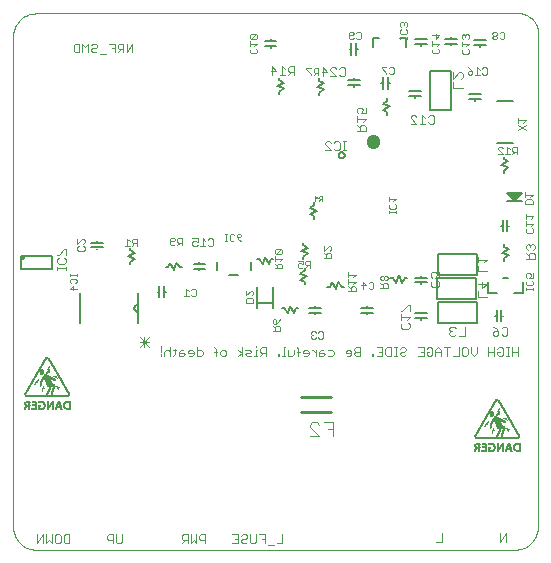
<source format=gbo>
G75*
%MOIN*%
%OFA0B0*%
%FSLAX24Y24*%
%IPPOS*%
%LPD*%
%AMOC8*
5,1,8,0,0,1.08239X$1,22.5*
%
%ADD10C,0.0000*%
%ADD11C,0.0030*%
%ADD12C,0.0050*%
%ADD13C,0.0060*%
%ADD14C,0.0079*%
%ADD15C,0.0020*%
%ADD16C,0.0080*%
%ADD17C,0.0400*%
%ADD18C,0.0040*%
%ADD19C,0.0010*%
%ADD20C,0.0100*%
%ADD21R,0.0010X0.0005*%
%ADD22R,0.0120X0.0005*%
%ADD23R,0.0055X0.0005*%
%ADD24R,0.0045X0.0005*%
%ADD25R,0.0050X0.0005*%
%ADD26R,0.0080X0.0005*%
%ADD27R,0.0165X0.0005*%
%ADD28R,0.0140X0.0005*%
%ADD29R,0.0125X0.0005*%
%ADD30R,0.0175X0.0005*%
%ADD31R,0.0155X0.0005*%
%ADD32R,0.0060X0.0005*%
%ADD33R,0.0160X0.0005*%
%ADD34R,0.0170X0.0005*%
%ADD35R,0.0065X0.0005*%
%ADD36R,0.0185X0.0005*%
%ADD37R,0.0180X0.0005*%
%ADD38R,0.0070X0.0005*%
%ADD39R,0.0190X0.0005*%
%ADD40R,0.0195X0.0005*%
%ADD41R,0.0075X0.0005*%
%ADD42R,0.0200X0.0005*%
%ADD43R,0.0090X0.0005*%
%ADD44R,0.0100X0.0005*%
%ADD45R,0.0085X0.0005*%
%ADD46R,0.0095X0.0005*%
%ADD47R,0.0150X0.0005*%
%ADD48R,0.0145X0.0005*%
%ADD49R,0.0030X0.0005*%
%ADD50R,0.0105X0.0005*%
%ADD51R,0.0130X0.0005*%
%ADD52R,0.1370X0.0005*%
%ADD53R,0.1400X0.0005*%
%ADD54R,0.1415X0.0005*%
%ADD55R,0.1435X0.0005*%
%ADD56R,0.1445X0.0005*%
%ADD57R,0.1455X0.0005*%
%ADD58R,0.1460X0.0005*%
%ADD59R,0.0005X0.0005*%
%ADD60R,0.0040X0.0005*%
%ADD61R,0.0035X0.0005*%
%ADD62R,0.0015X0.0005*%
%ADD63R,0.0020X0.0005*%
%ADD64R,0.0025X0.0005*%
%ADD65R,0.0110X0.0005*%
%ADD66R,0.0115X0.0005*%
%ADD67R,0.0235X0.0005*%
%ADD68R,0.0230X0.0005*%
%ADD69R,0.0225X0.0005*%
%ADD70R,0.0220X0.0005*%
%ADD71R,0.0300X0.0005*%
%ADD72R,0.0290X0.0005*%
%ADD73R,0.0280X0.0005*%
%ADD74R,0.0270X0.0005*%
%ADD75R,0.0135X0.0005*%
%ADD76R,0.0260X0.0005*%
%ADD77R,0.0390X0.0005*%
%ADD78R,0.0370X0.0005*%
%ADD79R,0.0355X0.0005*%
%ADD80R,0.0350X0.0005*%
%ADD81R,0.0335X0.0005*%
%ADD82R,0.0325X0.0005*%
D10*
X004460Y000876D02*
X004460Y017246D01*
X004462Y017300D01*
X004468Y017353D01*
X004477Y017405D01*
X004490Y017457D01*
X004507Y017508D01*
X004528Y017558D01*
X004552Y017605D01*
X004579Y017651D01*
X004610Y017695D01*
X004643Y017737D01*
X004680Y017776D01*
X004719Y017813D01*
X004761Y017846D01*
X004805Y017877D01*
X004851Y017904D01*
X004898Y017928D01*
X004948Y017949D01*
X004999Y017966D01*
X005051Y017979D01*
X005103Y017988D01*
X005156Y017994D01*
X005210Y017996D01*
X021202Y017996D01*
X021251Y018002D01*
X021300Y018004D01*
X021349Y018002D01*
X021398Y017997D01*
X021446Y017988D01*
X021494Y017975D01*
X021541Y017959D01*
X021586Y017940D01*
X021629Y017917D01*
X021671Y017891D01*
X021711Y017862D01*
X021748Y017830D01*
X021783Y017795D01*
X021815Y017758D01*
X021845Y017718D01*
X021871Y017677D01*
X021894Y017633D01*
X021914Y017588D01*
X021930Y017542D01*
X021943Y017494D01*
X021952Y017446D01*
X021952Y000876D01*
X021950Y000822D01*
X021944Y000769D01*
X021935Y000717D01*
X021922Y000665D01*
X021905Y000614D01*
X021884Y000564D01*
X021860Y000517D01*
X021833Y000471D01*
X021802Y000427D01*
X021769Y000385D01*
X021732Y000346D01*
X021693Y000309D01*
X021651Y000276D01*
X021607Y000245D01*
X021561Y000218D01*
X021514Y000194D01*
X021464Y000173D01*
X021413Y000156D01*
X021361Y000143D01*
X021309Y000134D01*
X021256Y000128D01*
X021202Y000126D01*
X005210Y000126D01*
X005156Y000128D01*
X005103Y000134D01*
X005051Y000143D01*
X004999Y000156D01*
X004948Y000173D01*
X004898Y000194D01*
X004851Y000218D01*
X004805Y000245D01*
X004761Y000276D01*
X004719Y000309D01*
X004680Y000346D01*
X004643Y000385D01*
X004610Y000427D01*
X004579Y000471D01*
X004552Y000517D01*
X004528Y000564D01*
X004507Y000614D01*
X004490Y000665D01*
X004477Y000717D01*
X004468Y000769D01*
X004462Y000822D01*
X004460Y000876D01*
D11*
X005257Y000631D02*
X005257Y000341D01*
X005451Y000631D01*
X005451Y000341D01*
X005552Y000341D02*
X005552Y000631D01*
X005745Y000631D02*
X005745Y000341D01*
X005648Y000437D01*
X005552Y000341D01*
X005846Y000389D02*
X005846Y000582D01*
X005895Y000631D01*
X005991Y000631D01*
X006040Y000582D01*
X006040Y000389D01*
X005991Y000341D01*
X005895Y000341D01*
X005846Y000389D01*
X006141Y000389D02*
X006141Y000582D01*
X006189Y000631D01*
X006335Y000631D01*
X006335Y000341D01*
X006189Y000341D01*
X006141Y000389D01*
X007596Y000486D02*
X007645Y000437D01*
X007790Y000437D01*
X007790Y000341D02*
X007790Y000631D01*
X007645Y000631D01*
X007596Y000582D01*
X007596Y000486D01*
X007891Y000389D02*
X007891Y000631D01*
X008085Y000631D02*
X008085Y000389D01*
X008036Y000341D01*
X007939Y000341D01*
X007891Y000389D01*
X010082Y000341D02*
X010178Y000437D01*
X010130Y000437D02*
X010275Y000437D01*
X010275Y000341D02*
X010275Y000631D01*
X010130Y000631D01*
X010082Y000582D01*
X010082Y000486D01*
X010130Y000437D01*
X010376Y000341D02*
X010376Y000631D01*
X010570Y000631D02*
X010570Y000341D01*
X010473Y000437D01*
X010376Y000341D01*
X010671Y000486D02*
X010719Y000437D01*
X010865Y000437D01*
X010865Y000341D02*
X010865Y000631D01*
X010719Y000631D01*
X010671Y000582D01*
X010671Y000486D01*
X011768Y000631D02*
X011961Y000631D01*
X011961Y000341D01*
X011768Y000341D01*
X011865Y000486D02*
X011961Y000486D01*
X012062Y000437D02*
X012062Y000389D01*
X012111Y000341D01*
X012208Y000341D01*
X012256Y000389D01*
X012357Y000389D02*
X012357Y000631D01*
X012256Y000582D02*
X012256Y000534D01*
X012208Y000486D01*
X012111Y000486D01*
X012062Y000437D01*
X012062Y000582D02*
X012111Y000631D01*
X012208Y000631D01*
X012256Y000582D01*
X012357Y000389D02*
X012405Y000341D01*
X012502Y000341D01*
X012551Y000389D01*
X012551Y000631D01*
X012652Y000631D02*
X012845Y000631D01*
X012845Y000341D01*
X012946Y000292D02*
X013140Y000292D01*
X013241Y000341D02*
X013435Y000341D01*
X013435Y000631D01*
X012845Y000486D02*
X012748Y000486D01*
X018551Y000391D02*
X018745Y000391D01*
X018745Y000681D01*
X020701Y000681D02*
X020701Y000391D01*
X020895Y000681D01*
X020895Y000391D01*
X020990Y006581D02*
X020893Y006581D01*
X020941Y006581D02*
X020941Y006871D01*
X020893Y006871D02*
X020990Y006871D01*
X021091Y006871D02*
X021091Y006581D01*
X021091Y006726D02*
X021285Y006726D01*
X021285Y006581D02*
X021285Y006871D01*
X020885Y007256D02*
X020789Y007256D01*
X020740Y007304D01*
X020639Y007304D02*
X020591Y007256D01*
X020494Y007256D01*
X020446Y007304D01*
X020446Y007352D01*
X020494Y007401D01*
X020639Y007401D01*
X020639Y007304D01*
X020639Y007401D02*
X020542Y007497D01*
X020446Y007546D01*
X020740Y007497D02*
X020789Y007546D01*
X020885Y007546D01*
X020934Y007497D01*
X020934Y007304D01*
X020885Y007256D01*
X020745Y006871D02*
X020793Y006822D01*
X020793Y006629D01*
X020745Y006581D01*
X020648Y006581D01*
X020600Y006629D01*
X020600Y006726D01*
X020697Y006726D01*
X020600Y006822D02*
X020648Y006871D01*
X020745Y006871D01*
X020499Y006871D02*
X020499Y006581D01*
X020499Y006726D02*
X020305Y006726D01*
X020305Y006871D02*
X020305Y006581D01*
X019909Y006677D02*
X019813Y006581D01*
X019716Y006677D01*
X019716Y006871D01*
X019615Y006822D02*
X019615Y006629D01*
X019566Y006581D01*
X019470Y006581D01*
X019421Y006629D01*
X019421Y006822D01*
X019470Y006871D01*
X019566Y006871D01*
X019615Y006822D01*
X019320Y006871D02*
X019320Y006581D01*
X019127Y006581D01*
X018929Y006581D02*
X018929Y006871D01*
X019026Y006871D02*
X018832Y006871D01*
X018731Y006774D02*
X018634Y006871D01*
X018537Y006774D01*
X018537Y006581D01*
X018436Y006629D02*
X018388Y006581D01*
X018291Y006581D01*
X018243Y006629D01*
X018243Y006726D01*
X018339Y006726D01*
X018243Y006822D02*
X018291Y006871D01*
X018388Y006871D01*
X018436Y006822D01*
X018436Y006629D01*
X018537Y006726D02*
X018731Y006726D01*
X018731Y006774D02*
X018731Y006581D01*
X018142Y006581D02*
X017948Y006581D01*
X018045Y006726D02*
X018142Y006726D01*
X018142Y006871D02*
X018142Y006581D01*
X018142Y006871D02*
X017948Y006871D01*
X017552Y006822D02*
X017552Y006774D01*
X017504Y006726D01*
X017407Y006726D01*
X017359Y006677D01*
X017359Y006629D01*
X017407Y006581D01*
X017504Y006581D01*
X017552Y006629D01*
X017552Y006822D02*
X017504Y006871D01*
X017407Y006871D01*
X017359Y006822D01*
X017258Y006871D02*
X017161Y006871D01*
X017209Y006871D02*
X017209Y006581D01*
X017161Y006581D02*
X017258Y006581D01*
X017061Y006581D02*
X016916Y006581D01*
X016868Y006629D01*
X016868Y006822D01*
X016916Y006871D01*
X017061Y006871D01*
X017061Y006581D01*
X016767Y006581D02*
X016573Y006581D01*
X016472Y006581D02*
X016423Y006581D01*
X016423Y006629D01*
X016472Y006629D01*
X016472Y006581D01*
X016670Y006726D02*
X016767Y006726D01*
X016767Y006871D02*
X016573Y006871D01*
X016767Y006871D02*
X016767Y006581D01*
X016030Y006581D02*
X015885Y006581D01*
X015836Y006629D01*
X015836Y006677D01*
X015885Y006726D01*
X016030Y006726D01*
X016030Y006871D02*
X015885Y006871D01*
X015836Y006822D01*
X015836Y006774D01*
X015885Y006726D01*
X015735Y006726D02*
X015687Y006774D01*
X015590Y006774D01*
X015542Y006726D01*
X015542Y006677D01*
X015735Y006677D01*
X015735Y006629D02*
X015735Y006726D01*
X015735Y006629D02*
X015687Y006581D01*
X015590Y006581D01*
X016030Y006581D02*
X016030Y006871D01*
X015146Y006726D02*
X015146Y006629D01*
X015098Y006581D01*
X014952Y006581D01*
X014851Y006629D02*
X014803Y006677D01*
X014658Y006677D01*
X014658Y006726D02*
X014658Y006581D01*
X014803Y006581D01*
X014851Y006629D01*
X014803Y006774D02*
X014706Y006774D01*
X014658Y006726D01*
X014557Y006774D02*
X014557Y006581D01*
X014557Y006677D02*
X014460Y006774D01*
X014412Y006774D01*
X014311Y006726D02*
X014263Y006774D01*
X014166Y006774D01*
X014118Y006726D01*
X014118Y006677D01*
X014311Y006677D01*
X014311Y006629D02*
X014311Y006726D01*
X014311Y006629D02*
X014263Y006581D01*
X014166Y006581D01*
X013968Y006581D02*
X013968Y006822D01*
X013920Y006871D01*
X013820Y006774D02*
X013820Y006629D01*
X013772Y006581D01*
X013627Y006581D01*
X013627Y006774D01*
X013525Y006871D02*
X013477Y006871D01*
X013477Y006581D01*
X013525Y006581D02*
X013429Y006581D01*
X013329Y006581D02*
X013281Y006581D01*
X013281Y006629D01*
X013329Y006629D01*
X013329Y006581D01*
X012887Y006581D02*
X012887Y006871D01*
X012742Y006871D01*
X012693Y006822D01*
X012693Y006726D01*
X012742Y006677D01*
X012887Y006677D01*
X012790Y006677D02*
X012693Y006581D01*
X012592Y006581D02*
X012496Y006581D01*
X012544Y006581D02*
X012544Y006774D01*
X012592Y006774D01*
X012544Y006871D02*
X012544Y006919D01*
X012396Y006726D02*
X012347Y006774D01*
X012202Y006774D01*
X012251Y006677D02*
X012347Y006677D01*
X012396Y006726D01*
X012396Y006581D02*
X012251Y006581D01*
X012202Y006629D01*
X012251Y006677D01*
X012101Y006677D02*
X011956Y006774D01*
X012101Y006677D02*
X011956Y006581D01*
X012101Y006581D02*
X012101Y006871D01*
X011561Y006726D02*
X011561Y006629D01*
X011513Y006581D01*
X011416Y006581D01*
X011368Y006629D01*
X011368Y006726D01*
X011416Y006774D01*
X011513Y006774D01*
X011561Y006726D01*
X011266Y006726D02*
X011170Y006726D01*
X011218Y006822D02*
X011170Y006871D01*
X011218Y006822D02*
X011218Y006581D01*
X010775Y006629D02*
X010775Y006726D01*
X010727Y006774D01*
X010582Y006774D01*
X010582Y006871D02*
X010582Y006581D01*
X010727Y006581D01*
X010775Y006629D01*
X010481Y006629D02*
X010481Y006726D01*
X010432Y006774D01*
X010335Y006774D01*
X010287Y006726D01*
X010287Y006677D01*
X010481Y006677D01*
X010481Y006629D02*
X010432Y006581D01*
X010335Y006581D01*
X010186Y006629D02*
X010138Y006677D01*
X009992Y006677D01*
X009992Y006726D02*
X009992Y006581D01*
X010138Y006581D01*
X010186Y006629D01*
X010138Y006774D02*
X010041Y006774D01*
X009992Y006726D01*
X009891Y006774D02*
X009795Y006774D01*
X009843Y006822D02*
X009843Y006629D01*
X009795Y006581D01*
X009695Y006581D02*
X009695Y006871D01*
X009647Y006774D02*
X009550Y006774D01*
X009501Y006726D01*
X009501Y006581D01*
X009400Y006581D02*
X009400Y006629D01*
X009400Y006726D02*
X009400Y006919D01*
X009647Y006774D02*
X009695Y006726D01*
X008987Y006891D02*
X008673Y007204D01*
X008673Y007047D02*
X008987Y007047D01*
X008987Y007204D02*
X008673Y006891D01*
X008830Y006891D02*
X008830Y007204D01*
X006575Y008806D02*
X006344Y008806D01*
X006459Y008922D01*
X006459Y008768D01*
X006383Y009008D02*
X006344Y009046D01*
X006344Y009123D01*
X006383Y009161D01*
X006536Y009161D01*
X006575Y009123D01*
X006575Y009046D01*
X006536Y009008D01*
X006575Y009244D02*
X006575Y009321D01*
X006575Y009282D02*
X006344Y009282D01*
X006344Y009244D02*
X006344Y009321D01*
X006216Y009459D02*
X006216Y009556D01*
X006216Y009507D02*
X005926Y009507D01*
X005926Y009459D02*
X005926Y009556D01*
X005974Y009655D02*
X005926Y009704D01*
X005926Y009800D01*
X005974Y009849D01*
X005974Y009950D02*
X005926Y009950D01*
X005974Y009950D02*
X006168Y010143D01*
X006216Y010143D01*
X006216Y009950D01*
X006168Y009849D02*
X006216Y009800D01*
X006216Y009704D01*
X006168Y009655D01*
X005974Y009655D01*
X011515Y010420D02*
X011591Y010420D01*
X011553Y010420D02*
X011553Y010651D01*
X011515Y010651D02*
X011591Y010651D01*
X011674Y010612D02*
X011712Y010651D01*
X011789Y010651D01*
X011828Y010612D01*
X011914Y010612D02*
X011952Y010651D01*
X012029Y010651D01*
X012067Y010612D01*
X012067Y010574D01*
X012029Y010535D01*
X011914Y010535D01*
X011914Y010612D01*
X011914Y010535D02*
X011990Y010459D01*
X012067Y010420D01*
X011828Y010459D02*
X011789Y010420D01*
X011712Y010420D01*
X011674Y010459D01*
X011674Y010612D01*
X014860Y013441D02*
X015053Y013441D01*
X014860Y013634D01*
X014860Y013682D01*
X014908Y013731D01*
X015005Y013731D01*
X015053Y013682D01*
X015155Y013682D02*
X015203Y013731D01*
X015300Y013731D01*
X015348Y013682D01*
X015348Y013489D01*
X015300Y013441D01*
X015203Y013441D01*
X015155Y013489D01*
X015448Y013441D02*
X015545Y013441D01*
X015496Y013441D02*
X015496Y013731D01*
X015448Y013731D02*
X015545Y013731D01*
X015920Y014077D02*
X016210Y014077D01*
X016210Y014222D01*
X016161Y014270D01*
X016065Y014270D01*
X016016Y014222D01*
X016016Y014077D01*
X016016Y014173D02*
X015920Y014270D01*
X015920Y014371D02*
X015920Y014565D01*
X015920Y014468D02*
X016210Y014468D01*
X016113Y014371D01*
X016065Y014666D02*
X016113Y014763D01*
X016113Y014811D01*
X016065Y014859D01*
X015968Y014859D01*
X015920Y014811D01*
X015920Y014714D01*
X015968Y014666D01*
X016065Y014666D02*
X016210Y014666D01*
X016210Y014859D01*
X015476Y015906D02*
X015379Y015906D01*
X015331Y015954D01*
X015230Y015906D02*
X015036Y016099D01*
X015036Y016147D01*
X015085Y016196D01*
X015181Y016196D01*
X015230Y016147D01*
X015331Y016147D02*
X015379Y016196D01*
X015476Y016196D01*
X015525Y016147D01*
X015525Y015954D01*
X015476Y015906D01*
X015230Y015906D02*
X015036Y015906D01*
X014935Y016051D02*
X014742Y016051D01*
X014790Y016196D02*
X014935Y016051D01*
X014790Y015906D02*
X014790Y016196D01*
X013828Y016236D02*
X013828Y015946D01*
X013828Y016042D02*
X013683Y016042D01*
X013635Y016091D01*
X013635Y016187D01*
X013683Y016236D01*
X013828Y016236D01*
X013732Y016042D02*
X013635Y015946D01*
X013534Y015946D02*
X013340Y015946D01*
X013437Y015946D02*
X013437Y016236D01*
X013534Y016139D01*
X013239Y016091D02*
X013046Y016091D01*
X013094Y016236D02*
X013239Y016091D01*
X013094Y015946D02*
X013094Y016236D01*
X008434Y016700D02*
X008434Y016991D01*
X008241Y016700D01*
X008241Y016991D01*
X008139Y016991D02*
X007994Y016991D01*
X007946Y016942D01*
X007946Y016845D01*
X007994Y016797D01*
X008139Y016797D01*
X008043Y016797D02*
X007946Y016700D01*
X007845Y016700D02*
X007845Y016991D01*
X007651Y016991D01*
X007748Y016845D02*
X007845Y016845D01*
X007550Y016652D02*
X007357Y016652D01*
X007255Y016749D02*
X007207Y016700D01*
X007110Y016700D01*
X007062Y016749D01*
X007062Y016797D01*
X007110Y016845D01*
X007207Y016845D01*
X007255Y016894D01*
X007255Y016942D01*
X007207Y016991D01*
X007110Y016991D01*
X007062Y016942D01*
X006961Y016991D02*
X006864Y016894D01*
X006767Y016991D01*
X006767Y016700D01*
X006666Y016700D02*
X006521Y016700D01*
X006473Y016749D01*
X006473Y016942D01*
X006521Y016991D01*
X006666Y016991D01*
X006666Y016700D01*
X006961Y016700D02*
X006961Y016991D01*
X008139Y016991D02*
X008139Y016700D01*
X017712Y014557D02*
X017712Y014509D01*
X017905Y014316D01*
X017712Y014316D01*
X018006Y014316D02*
X018200Y014316D01*
X018103Y014316D02*
X018103Y014606D01*
X018200Y014509D01*
X018301Y014557D02*
X018349Y014606D01*
X018446Y014606D01*
X018495Y014557D01*
X018495Y014364D01*
X018446Y014316D01*
X018349Y014316D01*
X018301Y014364D01*
X017905Y014557D02*
X017857Y014606D01*
X017760Y014606D01*
X017712Y014557D01*
X021608Y010309D02*
X021560Y010260D01*
X021560Y010164D01*
X021608Y010115D01*
X021560Y010014D02*
X021656Y009917D01*
X021656Y009966D02*
X021656Y009821D01*
X021560Y009821D02*
X021850Y009821D01*
X021850Y009966D01*
X021801Y010014D01*
X021705Y010014D01*
X021656Y009966D01*
X021801Y010115D02*
X021850Y010164D01*
X021850Y010260D01*
X021801Y010309D01*
X021753Y010309D01*
X021705Y010260D01*
X021656Y010309D01*
X021608Y010309D01*
X021705Y010260D02*
X021705Y010212D01*
X021670Y009335D02*
X021593Y009335D01*
X021555Y009296D01*
X021555Y009220D01*
X021593Y009181D01*
X021670Y009181D02*
X021708Y009258D01*
X021708Y009296D01*
X021670Y009335D01*
X021785Y009335D02*
X021785Y009181D01*
X021670Y009181D01*
X021746Y009095D02*
X021785Y009057D01*
X021785Y008980D01*
X021746Y008942D01*
X021593Y008942D01*
X021555Y008980D01*
X021555Y009057D01*
X021593Y009095D01*
X021555Y008859D02*
X021555Y008782D01*
X021555Y008821D02*
X021785Y008821D01*
X021785Y008859D02*
X021785Y008782D01*
X019909Y006871D02*
X019909Y006677D01*
X017680Y007539D02*
X017631Y007491D01*
X017438Y007491D01*
X017390Y007539D01*
X017390Y007636D01*
X017438Y007684D01*
X017390Y007785D02*
X017390Y007979D01*
X017390Y007882D02*
X017680Y007882D01*
X017583Y007785D01*
X017631Y007684D02*
X017680Y007636D01*
X017680Y007539D01*
X017680Y008080D02*
X017680Y008273D01*
X017631Y008273D01*
X017438Y008080D01*
X017390Y008080D01*
X018380Y008938D02*
X018380Y009034D01*
X018428Y009083D01*
X018428Y009184D02*
X018380Y009232D01*
X018380Y009329D01*
X018428Y009377D01*
X018525Y009377D01*
X018573Y009329D01*
X018573Y009281D01*
X018525Y009184D01*
X018670Y009184D01*
X018670Y009377D01*
X018621Y009083D02*
X018670Y009034D01*
X018670Y008938D01*
X018621Y008889D01*
X018428Y008889D01*
X018380Y008938D01*
X015146Y006726D02*
X015098Y006774D01*
X014952Y006774D01*
X014016Y006726D02*
X013920Y006726D01*
D12*
X014060Y005226D02*
X014560Y005226D01*
X014560Y004726D02*
X015060Y004726D01*
X018610Y007676D02*
X019910Y007676D01*
X019910Y008376D01*
X018610Y008376D01*
X018610Y007676D01*
X018603Y008482D02*
X019903Y008482D01*
X019903Y009182D01*
X018603Y009182D01*
X018603Y008482D01*
X018610Y009276D02*
X019910Y009276D01*
X019910Y009976D01*
X018610Y009976D01*
X018610Y009276D01*
X020305Y009036D02*
X020305Y008686D01*
X020605Y008686D01*
X020805Y009186D02*
X020955Y009186D01*
X021455Y009036D02*
X021455Y008686D01*
X021155Y008686D01*
X015310Y013276D02*
X015312Y013296D01*
X015318Y013314D01*
X015327Y013332D01*
X015339Y013347D01*
X015354Y013359D01*
X015372Y013368D01*
X015390Y013374D01*
X015410Y013376D01*
X015430Y013374D01*
X015448Y013368D01*
X015466Y013359D01*
X015481Y013347D01*
X015493Y013332D01*
X015502Y013314D01*
X015508Y013296D01*
X015510Y013276D01*
X015508Y013256D01*
X015502Y013238D01*
X015493Y013220D01*
X015481Y013205D01*
X015466Y013193D01*
X015448Y013184D01*
X015430Y013178D01*
X015410Y013176D01*
X015390Y013178D01*
X015372Y013184D01*
X015354Y013193D01*
X015339Y013205D01*
X015327Y013220D01*
X015318Y013238D01*
X015312Y013256D01*
X015310Y013276D01*
X018360Y014776D02*
X018360Y016076D01*
X019060Y016076D01*
X019060Y014776D01*
X018360Y014776D01*
X005741Y009901D02*
X005741Y009491D01*
X004718Y009491D01*
X004718Y009901D01*
X005741Y009901D01*
X004757Y009853D02*
X004759Y009862D01*
X004764Y009871D01*
X004771Y009876D01*
X004781Y009879D01*
X004790Y009878D01*
X004799Y009874D01*
X004805Y009867D01*
X004809Y009858D01*
X004809Y009848D01*
X004805Y009839D01*
X004799Y009832D01*
X004790Y009828D01*
X004781Y009827D01*
X004771Y009830D01*
X004764Y009835D01*
X004759Y009844D01*
X004757Y009853D01*
D13*
X006700Y008676D02*
X006700Y007676D01*
X008620Y007676D02*
X008620Y008056D01*
X008620Y008296D01*
X008620Y008676D01*
X008620Y008296D02*
X008599Y008294D01*
X008579Y008289D01*
X008560Y008280D01*
X008543Y008268D01*
X008528Y008253D01*
X008516Y008236D01*
X008507Y008217D01*
X008502Y008197D01*
X008500Y008176D01*
X008502Y008155D01*
X008507Y008135D01*
X008516Y008116D01*
X008528Y008099D01*
X008543Y008084D01*
X008560Y008072D01*
X008579Y008063D01*
X008599Y008058D01*
X008620Y008056D01*
X011240Y009436D02*
X011240Y009716D01*
X011670Y009266D02*
X011950Y009266D01*
X012380Y009436D02*
X012380Y009716D01*
X016450Y016866D02*
X016450Y017185D01*
X016669Y017185D01*
X017350Y017185D02*
X017569Y017185D01*
X017569Y016866D01*
D14*
X017863Y016977D02*
X018256Y016977D01*
X018256Y017134D02*
X017863Y017134D01*
X018060Y017174D02*
X018060Y017192D01*
X018060Y016937D02*
X018060Y016919D01*
X018853Y016987D02*
X019246Y016987D01*
X019246Y017144D02*
X018853Y017144D01*
X019050Y017184D02*
X019050Y017202D01*
X019050Y016947D02*
X019050Y016929D01*
X019813Y016947D02*
X020206Y016947D01*
X020206Y017104D02*
X019813Y017104D01*
X020010Y017144D02*
X020010Y017162D01*
X020010Y016907D02*
X020010Y016889D01*
X019860Y015362D02*
X019860Y015344D01*
X020056Y015304D02*
X019663Y015304D01*
X019663Y015147D02*
X020056Y015147D01*
X019860Y015107D02*
X019860Y015089D01*
X018056Y015247D02*
X017663Y015247D01*
X017663Y015404D02*
X018056Y015404D01*
X017860Y015444D02*
X017860Y015462D01*
X017860Y015207D02*
X017860Y015189D01*
X017018Y014896D02*
X016781Y014777D01*
X016939Y014699D01*
X016939Y014620D01*
X017018Y014896D02*
X016781Y014974D01*
X016939Y015092D01*
X016939Y015171D01*
X016948Y015489D02*
X016948Y015882D01*
X016791Y015882D02*
X016791Y015489D01*
X016751Y015686D02*
X016733Y015686D01*
X016988Y015686D02*
X017006Y015686D01*
X016026Y015617D02*
X015633Y015617D01*
X015633Y015774D02*
X016026Y015774D01*
X015830Y015814D02*
X015830Y015832D01*
X015830Y015577D02*
X015830Y015559D01*
X014818Y015477D02*
X014581Y015556D01*
X014818Y015674D01*
X014660Y015752D01*
X014660Y015831D01*
X014818Y015477D02*
X014660Y015359D01*
X014660Y015280D01*
X013478Y015497D02*
X013320Y015379D01*
X013320Y015300D01*
X013478Y015497D02*
X013241Y015576D01*
X013478Y015694D01*
X013320Y015772D01*
X013320Y015851D01*
X013040Y016859D02*
X013040Y016877D01*
X013236Y016917D02*
X012843Y016917D01*
X012843Y017074D02*
X013236Y017074D01*
X013040Y017114D02*
X013040Y017132D01*
X015673Y016806D02*
X015691Y016806D01*
X015731Y017002D02*
X015731Y016609D01*
X015888Y016609D02*
X015888Y017002D01*
X015928Y016806D02*
X015946Y016806D01*
X020810Y013221D02*
X020810Y013142D01*
X020968Y013064D01*
X020731Y012946D01*
X020968Y012867D01*
X020810Y012749D01*
X020810Y012670D01*
X020933Y012022D02*
X021406Y012022D01*
X021140Y011738D01*
X020933Y011738D01*
X021140Y011738D02*
X021426Y011738D01*
X021180Y011757D02*
X020933Y012022D01*
X021022Y012023D02*
X021061Y012023D01*
X021180Y011954D01*
X021180Y011876D01*
X021180Y011836D02*
X021298Y011994D01*
X021298Y012023D02*
X021180Y011954D01*
X021180Y011836D02*
X021022Y012023D01*
X021061Y012023D02*
X021298Y012023D01*
X020938Y011122D02*
X020938Y010729D01*
X020781Y010729D02*
X020781Y011122D01*
X020741Y010926D02*
X020723Y010926D01*
X020978Y010926D02*
X020996Y010926D01*
X020820Y010301D02*
X020820Y010222D01*
X020978Y010144D01*
X020741Y010026D01*
X020978Y009947D01*
X020820Y009829D01*
X020820Y009750D01*
X020738Y008122D02*
X020738Y007729D01*
X020581Y007729D02*
X020581Y008122D01*
X020541Y007926D02*
X020523Y007926D01*
X020778Y007926D02*
X020796Y007926D01*
X018256Y008004D02*
X017863Y008004D01*
X017863Y007847D02*
X018256Y007847D01*
X018060Y007807D02*
X018060Y007789D01*
X018060Y008044D02*
X018060Y008062D01*
X018060Y008977D02*
X018060Y008996D01*
X018256Y009035D02*
X017863Y009035D01*
X017863Y009193D02*
X018256Y009193D01*
X018060Y009232D02*
X018060Y009251D01*
X017585Y009185D02*
X017506Y009185D01*
X017428Y009027D01*
X017310Y009264D01*
X017231Y009027D01*
X017113Y009185D01*
X017034Y009185D01*
X016456Y008184D02*
X016063Y008184D01*
X016063Y008027D02*
X016456Y008027D01*
X016260Y007987D02*
X016260Y007969D01*
X016260Y008224D02*
X016260Y008242D01*
X015485Y008886D02*
X015406Y008886D01*
X015288Y009044D01*
X015210Y008807D01*
X015091Y009044D01*
X015013Y008886D01*
X014934Y008886D01*
X014258Y009246D02*
X014021Y009127D01*
X014179Y009049D01*
X014179Y008970D01*
X014258Y009246D02*
X014021Y009324D01*
X014179Y009442D01*
X014179Y009521D01*
X014120Y009800D02*
X014120Y009879D01*
X014278Y009997D01*
X014041Y010076D01*
X014278Y010194D01*
X014120Y010272D01*
X014120Y010351D01*
X014499Y011150D02*
X014499Y011229D01*
X014341Y011307D01*
X014578Y011426D01*
X014341Y011504D01*
X014499Y011622D01*
X014499Y011701D01*
X013135Y009815D02*
X013056Y009815D01*
X012978Y009657D01*
X012860Y009894D01*
X012781Y009657D01*
X012663Y009815D01*
X012584Y009815D01*
X010866Y009644D02*
X010473Y009644D01*
X010473Y009487D02*
X010866Y009487D01*
X010670Y009447D02*
X010670Y009429D01*
X010670Y009684D02*
X010670Y009702D01*
X010095Y009536D02*
X010016Y009536D01*
X009898Y009694D01*
X009820Y009457D01*
X009701Y009694D01*
X009623Y009536D01*
X009544Y009536D01*
X009488Y008922D02*
X009488Y008529D01*
X009331Y008529D02*
X009331Y008922D01*
X009291Y008726D02*
X009273Y008726D01*
X009528Y008726D02*
X009546Y008726D01*
X008370Y009630D02*
X008370Y009709D01*
X008528Y009827D01*
X008291Y009906D01*
X008528Y010024D01*
X008370Y010102D01*
X008370Y010181D01*
X007456Y010197D02*
X007063Y010197D01*
X007063Y010354D02*
X007456Y010354D01*
X007260Y010394D02*
X007260Y010412D01*
X007260Y010157D02*
X007260Y010139D01*
X013414Y008165D02*
X013493Y008165D01*
X013611Y008007D01*
X013690Y008244D01*
X013808Y008007D01*
X013886Y008165D01*
X013965Y008165D01*
X014323Y008184D02*
X014716Y008184D01*
X014716Y008027D02*
X014323Y008027D01*
X014520Y007987D02*
X014520Y007969D01*
X014520Y008224D02*
X014520Y008242D01*
D15*
X014510Y007401D02*
X014430Y007401D01*
X014390Y007361D01*
X014390Y007321D01*
X014430Y007281D01*
X014390Y007241D01*
X014390Y007201D01*
X014430Y007161D01*
X014510Y007161D01*
X014550Y007201D01*
X014629Y007201D02*
X014669Y007161D01*
X014749Y007161D01*
X014790Y007201D01*
X014790Y007361D01*
X014749Y007401D01*
X014669Y007401D01*
X014629Y007361D01*
X014550Y007361D02*
X014510Y007401D01*
X014470Y007281D02*
X014430Y007281D01*
X013355Y007416D02*
X013355Y007536D01*
X013315Y007576D01*
X013235Y007576D01*
X013195Y007536D01*
X013195Y007416D01*
X013195Y007496D02*
X013115Y007576D01*
X013155Y007655D02*
X013115Y007695D01*
X013115Y007775D01*
X013155Y007815D01*
X013195Y007815D01*
X013235Y007775D01*
X013235Y007655D01*
X013155Y007655D01*
X013235Y007655D02*
X013315Y007735D01*
X013355Y007815D01*
X013355Y007416D02*
X013115Y007416D01*
X012454Y008357D02*
X012214Y008357D01*
X012214Y008477D01*
X012254Y008517D01*
X012414Y008517D01*
X012454Y008477D01*
X012454Y008357D01*
X012414Y008596D02*
X012454Y008636D01*
X012454Y008716D01*
X012414Y008756D01*
X012374Y008756D01*
X012214Y008596D01*
X012214Y008756D01*
X013185Y009497D02*
X013425Y009497D01*
X013425Y009617D01*
X013385Y009658D01*
X013305Y009658D01*
X013265Y009617D01*
X013265Y009497D01*
X013265Y009577D02*
X013185Y009658D01*
X013185Y009737D02*
X013185Y009897D01*
X013185Y009817D02*
X013425Y009817D01*
X013345Y009737D01*
X013385Y009976D02*
X013225Y009976D01*
X013385Y010136D01*
X013225Y010136D01*
X013185Y010096D01*
X013185Y010016D01*
X013225Y009976D01*
X013385Y009976D02*
X013425Y010016D01*
X013425Y010096D01*
X013385Y010136D01*
X013959Y009761D02*
X014119Y009761D01*
X014119Y009641D01*
X014039Y009681D01*
X013999Y009681D01*
X013959Y009641D01*
X013959Y009561D01*
X013999Y009521D01*
X014079Y009521D01*
X014119Y009561D01*
X014198Y009521D02*
X014278Y009601D01*
X014238Y009601D02*
X014358Y009601D01*
X014358Y009521D02*
X014358Y009761D01*
X014238Y009761D01*
X014198Y009721D01*
X014198Y009641D01*
X014238Y009601D01*
X014825Y009856D02*
X015065Y009856D01*
X015065Y009976D01*
X015025Y010016D01*
X014945Y010016D01*
X014905Y009976D01*
X014905Y009856D01*
X014905Y009936D02*
X014825Y010016D01*
X014825Y010095D02*
X014985Y010255D01*
X015025Y010255D01*
X015065Y010215D01*
X015065Y010135D01*
X015025Y010095D01*
X014825Y010095D02*
X014825Y010255D01*
X015635Y009375D02*
X015635Y009214D01*
X015635Y009135D02*
X015635Y008975D01*
X015635Y008896D02*
X015715Y008816D01*
X015715Y008856D02*
X015715Y008736D01*
X015635Y008736D02*
X015875Y008736D01*
X015875Y008856D01*
X015835Y008896D01*
X015755Y008896D01*
X015715Y008856D01*
X015795Y008975D02*
X015875Y009055D01*
X015635Y009055D01*
X015795Y009214D02*
X015875Y009294D01*
X015635Y009294D01*
X016110Y009051D02*
X016110Y008811D01*
X016070Y008931D02*
X016230Y008931D01*
X016110Y009051D01*
X016309Y009011D02*
X016349Y009051D01*
X016429Y009051D01*
X016470Y009011D01*
X016470Y008851D01*
X016429Y008811D01*
X016349Y008811D01*
X016309Y008851D01*
X016705Y008857D02*
X016945Y008857D01*
X016945Y008977D01*
X016905Y009017D01*
X016825Y009017D01*
X016785Y008977D01*
X016785Y008857D01*
X016785Y008937D02*
X016705Y009017D01*
X016745Y009096D02*
X016785Y009096D01*
X016825Y009136D01*
X016825Y009216D01*
X016785Y009256D01*
X016745Y009256D01*
X016705Y009216D01*
X016705Y009136D01*
X016745Y009096D01*
X016825Y009136D02*
X016865Y009096D01*
X016905Y009096D01*
X016945Y009136D01*
X016945Y009216D01*
X016905Y009256D01*
X016865Y009256D01*
X016825Y009216D01*
X016974Y011333D02*
X016974Y011413D01*
X016974Y011373D02*
X017214Y011373D01*
X017214Y011333D02*
X017214Y011413D01*
X017174Y011492D02*
X017014Y011492D01*
X016974Y011532D01*
X016974Y011612D01*
X017014Y011652D01*
X016974Y011732D02*
X016974Y011892D01*
X016974Y011812D02*
X017214Y011812D01*
X017134Y011732D01*
X017174Y011652D02*
X017214Y011612D01*
X017214Y011532D01*
X017174Y011492D01*
X020619Y013311D02*
X020779Y013311D01*
X020619Y013471D01*
X020619Y013511D01*
X020659Y013551D01*
X020739Y013551D01*
X020779Y013511D01*
X020938Y013551D02*
X020938Y013311D01*
X021018Y013311D02*
X020858Y013311D01*
X021018Y013471D02*
X020938Y013551D01*
X021098Y013511D02*
X021098Y013431D01*
X021138Y013391D01*
X021258Y013391D01*
X021178Y013391D02*
X021098Y013311D01*
X021258Y013311D02*
X021258Y013551D01*
X021138Y013551D01*
X021098Y013511D01*
X021305Y014116D02*
X021545Y014276D01*
X021465Y014355D02*
X021545Y014435D01*
X021305Y014435D01*
X021305Y014355D02*
X021305Y014515D01*
X021305Y014276D02*
X021545Y014116D01*
X020209Y015961D02*
X020129Y015961D01*
X020089Y016001D01*
X020010Y015961D02*
X019850Y015961D01*
X019930Y015961D02*
X019930Y016201D01*
X020010Y016121D01*
X020089Y016161D02*
X020129Y016201D01*
X020209Y016201D01*
X020250Y016161D01*
X020250Y016001D01*
X020209Y015961D01*
X019771Y016001D02*
X019731Y015961D01*
X019651Y015961D01*
X019611Y016001D01*
X019611Y016041D01*
X019651Y016081D01*
X019771Y016081D01*
X019771Y016001D01*
X019771Y016081D02*
X019691Y016161D01*
X019611Y016201D01*
X019610Y016662D02*
X019450Y016662D01*
X019410Y016702D01*
X019410Y016782D01*
X019450Y016823D01*
X019410Y016902D02*
X019410Y017062D01*
X019410Y016982D02*
X019650Y016982D01*
X019570Y016902D01*
X019610Y016823D02*
X019650Y016782D01*
X019650Y016702D01*
X019610Y016662D01*
X019610Y017141D02*
X019650Y017181D01*
X019650Y017261D01*
X019610Y017301D01*
X019570Y017301D01*
X019530Y017261D01*
X019490Y017301D01*
X019450Y017301D01*
X019410Y017261D01*
X019410Y017181D01*
X019450Y017141D01*
X019530Y017221D02*
X019530Y017261D01*
X018665Y017266D02*
X018545Y017146D01*
X018545Y017306D01*
X018425Y017266D02*
X018665Y017266D01*
X018425Y017067D02*
X018425Y016907D01*
X018425Y016987D02*
X018665Y016987D01*
X018585Y016907D01*
X018625Y016828D02*
X018665Y016787D01*
X018665Y016707D01*
X018625Y016667D01*
X018465Y016667D01*
X018425Y016707D01*
X018425Y016787D01*
X018465Y016828D01*
X017600Y017147D02*
X017600Y017227D01*
X017600Y017187D02*
X017360Y017187D01*
X017360Y017147D02*
X017360Y017227D01*
X017400Y017307D02*
X017360Y017347D01*
X017360Y017427D01*
X017400Y017467D01*
X017400Y017546D02*
X017360Y017586D01*
X017360Y017666D01*
X017400Y017706D01*
X017440Y017706D01*
X017480Y017666D01*
X017480Y017626D01*
X017480Y017666D02*
X017520Y017706D01*
X017560Y017706D01*
X017600Y017666D01*
X017600Y017586D01*
X017560Y017546D01*
X017560Y017467D02*
X017600Y017427D01*
X017600Y017347D01*
X017560Y017307D01*
X017400Y017307D01*
X016050Y017351D02*
X016050Y017191D01*
X016009Y017151D01*
X015929Y017151D01*
X015889Y017191D01*
X015810Y017191D02*
X015770Y017151D01*
X015690Y017151D01*
X015650Y017191D01*
X015650Y017351D01*
X015690Y017391D01*
X015770Y017391D01*
X015810Y017351D01*
X015810Y017311D01*
X015770Y017271D01*
X015650Y017271D01*
X015889Y017351D02*
X015929Y017391D01*
X016009Y017391D01*
X016050Y017351D01*
X016740Y016211D02*
X016740Y016171D01*
X016900Y016011D01*
X016900Y015971D01*
X016979Y016011D02*
X017019Y015971D01*
X017099Y015971D01*
X017140Y016011D01*
X017140Y016171D01*
X017099Y016211D01*
X017019Y016211D01*
X016979Y016171D01*
X016900Y016211D02*
X016740Y016211D01*
X014638Y016171D02*
X014638Y015931D01*
X014638Y016011D02*
X014518Y016011D01*
X014478Y016051D01*
X014478Y016131D01*
X014518Y016171D01*
X014638Y016171D01*
X014558Y016011D02*
X014478Y015931D01*
X014399Y015931D02*
X014399Y015971D01*
X014239Y016131D01*
X014239Y016171D01*
X014399Y016171D01*
X012585Y016706D02*
X012545Y016666D01*
X012385Y016666D01*
X012345Y016706D01*
X012345Y016786D01*
X012385Y016826D01*
X012345Y016905D02*
X012345Y017065D01*
X012345Y016985D02*
X012585Y016985D01*
X012505Y016905D01*
X012545Y016826D02*
X012585Y016786D01*
X012585Y016706D01*
X012545Y017144D02*
X012385Y017144D01*
X012545Y017305D01*
X012385Y017305D01*
X012345Y017265D01*
X012345Y017184D01*
X012385Y017144D01*
X012545Y017144D02*
X012585Y017184D01*
X012585Y017265D01*
X012545Y017305D01*
X020439Y017301D02*
X020479Y017261D01*
X020559Y017261D01*
X020599Y017301D01*
X020599Y017341D01*
X020559Y017381D01*
X020479Y017381D01*
X020439Y017341D01*
X020439Y017301D01*
X020479Y017261D02*
X020439Y017221D01*
X020439Y017181D01*
X020479Y017141D01*
X020559Y017141D01*
X020599Y017181D01*
X020599Y017221D01*
X020559Y017261D01*
X020678Y017341D02*
X020718Y017381D01*
X020798Y017381D01*
X020838Y017341D01*
X020838Y017181D01*
X020798Y017141D01*
X020718Y017141D01*
X020678Y017181D01*
X021535Y012035D02*
X021535Y011875D01*
X021535Y011955D02*
X021775Y011955D01*
X021695Y011875D01*
X021735Y011796D02*
X021575Y011796D01*
X021535Y011756D01*
X021535Y011636D01*
X021775Y011636D01*
X021775Y011756D01*
X021735Y011796D01*
X021555Y011315D02*
X021555Y011154D01*
X021555Y011075D02*
X021555Y010915D01*
X021555Y010995D02*
X021795Y010995D01*
X021715Y010915D01*
X021755Y010836D02*
X021795Y010796D01*
X021795Y010716D01*
X021755Y010676D01*
X021595Y010676D01*
X021555Y010716D01*
X021555Y010796D01*
X021595Y010836D01*
X021715Y011154D02*
X021795Y011234D01*
X021555Y011234D01*
X011123Y010457D02*
X011123Y010284D01*
X011080Y010241D01*
X010993Y010241D01*
X010949Y010284D01*
X010865Y010241D02*
X010692Y010241D01*
X010778Y010241D02*
X010778Y010501D01*
X010865Y010414D01*
X010949Y010457D02*
X010993Y010501D01*
X011080Y010501D01*
X011123Y010457D01*
X010607Y010501D02*
X010607Y010371D01*
X010521Y010414D01*
X010477Y010414D01*
X010434Y010371D01*
X010434Y010284D01*
X010477Y010241D01*
X010564Y010241D01*
X010607Y010284D01*
X010607Y010501D02*
X010434Y010501D01*
X010088Y010521D02*
X010088Y010281D01*
X010088Y010361D02*
X009968Y010361D01*
X009928Y010401D01*
X009928Y010481D01*
X009968Y010521D01*
X010088Y010521D01*
X010008Y010361D02*
X009928Y010281D01*
X009849Y010321D02*
X009809Y010281D01*
X009729Y010281D01*
X009689Y010321D01*
X009689Y010481D01*
X009729Y010521D01*
X009809Y010521D01*
X009849Y010481D01*
X009849Y010441D01*
X009809Y010401D01*
X009689Y010401D01*
X008580Y010331D02*
X008459Y010331D01*
X008419Y010371D01*
X008419Y010451D01*
X008459Y010491D01*
X008580Y010491D01*
X008580Y010251D01*
X008499Y010331D02*
X008419Y010251D01*
X008340Y010251D02*
X008180Y010251D01*
X008260Y010251D02*
X008260Y010491D01*
X008340Y010411D01*
X006845Y010446D02*
X006845Y010366D01*
X006805Y010326D01*
X006805Y010247D02*
X006845Y010207D01*
X006845Y010127D01*
X006805Y010087D01*
X006645Y010087D01*
X006605Y010127D01*
X006605Y010207D01*
X006645Y010247D01*
X006605Y010326D02*
X006605Y010486D01*
X006605Y010326D02*
X006765Y010486D01*
X006805Y010486D01*
X006845Y010446D01*
X010230Y008811D02*
X010230Y008571D01*
X010310Y008571D02*
X010150Y008571D01*
X010310Y008731D02*
X010230Y008811D01*
X010389Y008771D02*
X010429Y008811D01*
X010509Y008811D01*
X010550Y008771D01*
X010550Y008611D01*
X010509Y008571D01*
X010429Y008571D01*
X010389Y008611D01*
D16*
X012604Y008880D02*
X012604Y008329D01*
X013115Y008329D01*
X013115Y008880D01*
X013115Y008329D02*
X013115Y008171D01*
X012604Y008171D02*
X012604Y008329D01*
X020595Y013678D02*
X021107Y013678D01*
X021107Y015095D02*
X020595Y015095D01*
D17*
X016454Y013711D02*
X016456Y013719D01*
X016461Y013726D01*
X016468Y013730D01*
X016476Y013731D01*
X016484Y013728D01*
X016490Y013723D01*
X016494Y013715D01*
X016494Y013707D01*
X016490Y013699D01*
X016484Y013694D01*
X016476Y013691D01*
X016468Y013692D01*
X016461Y013696D01*
X016456Y013703D01*
X016454Y013711D01*
D18*
X019130Y015501D02*
X019130Y015708D01*
X019130Y015823D02*
X019336Y016030D01*
X019388Y016030D01*
X019440Y015978D01*
X019440Y015875D01*
X019388Y015823D01*
X019130Y015823D02*
X019130Y016030D01*
X019130Y015501D02*
X019440Y015501D01*
X019960Y009888D02*
X019960Y009701D01*
X019960Y009794D02*
X020240Y009794D01*
X020146Y009701D01*
X019960Y009593D02*
X019960Y009406D01*
X020240Y009406D01*
X020100Y009038D02*
X020100Y008851D01*
X020240Y008991D01*
X019960Y008991D01*
X019960Y008743D02*
X019960Y008556D01*
X020240Y008556D01*
X019528Y007562D02*
X019528Y007252D01*
X019321Y007252D01*
X019206Y007303D02*
X019154Y007252D01*
X019051Y007252D01*
X018999Y007303D01*
X018999Y007355D01*
X019051Y007407D01*
X019102Y007407D01*
X019051Y007407D02*
X018999Y007458D01*
X018999Y007510D01*
X019051Y007562D01*
X019154Y007562D01*
X019206Y007510D01*
X015119Y004364D02*
X014812Y004364D01*
X014658Y004288D02*
X014581Y004364D01*
X014428Y004364D01*
X014351Y004288D01*
X014351Y004211D01*
X014658Y003904D01*
X014351Y003904D01*
X014965Y004134D02*
X015119Y004134D01*
X015119Y003904D02*
X015119Y004364D01*
D19*
X014755Y011756D02*
X014755Y011906D01*
X014679Y011906D01*
X014654Y011881D01*
X014654Y011831D01*
X014679Y011806D01*
X014755Y011806D01*
X014704Y011806D02*
X014654Y011756D01*
X014607Y011831D02*
X014507Y011831D01*
X014532Y011906D02*
X014607Y011831D01*
X014532Y011756D02*
X014532Y011906D01*
D20*
X014060Y005226D02*
X015060Y005226D01*
X015060Y004726D02*
X014060Y004726D01*
D21*
X020202Y004216D03*
X020212Y004231D03*
X020217Y004236D03*
X020222Y004246D03*
X020227Y004251D03*
X020302Y004341D03*
X020307Y004346D03*
X020307Y004351D03*
X020312Y004356D03*
X020317Y004366D03*
X020322Y004376D03*
X020567Y004481D03*
X020567Y004486D03*
X020572Y004496D03*
X020572Y004501D03*
X020602Y004521D03*
X020617Y004726D03*
X020677Y004791D03*
X020677Y004796D03*
X020677Y004801D03*
X020677Y004806D03*
X020817Y004486D03*
X020917Y004151D03*
X020967Y004091D03*
X020972Y004086D03*
X020987Y004076D03*
X020992Y004071D03*
X020997Y004066D03*
X020497Y004106D03*
X020497Y004111D03*
X020497Y004116D03*
X020497Y004121D03*
X020497Y004126D03*
X020502Y004156D03*
X020462Y004036D03*
X020297Y003841D03*
X020327Y003606D03*
X021297Y003371D03*
X006297Y004771D03*
X005997Y005466D03*
X005992Y005471D03*
X005987Y005476D03*
X005972Y005486D03*
X005967Y005491D03*
X005917Y005551D03*
X005817Y005886D03*
X005602Y005921D03*
X005572Y005901D03*
X005572Y005896D03*
X005567Y005886D03*
X005567Y005881D03*
X005617Y006126D03*
X005677Y006191D03*
X005677Y006196D03*
X005677Y006201D03*
X005677Y006206D03*
X005322Y005776D03*
X005317Y005766D03*
X005312Y005756D03*
X005307Y005751D03*
X005307Y005746D03*
X005302Y005741D03*
X005227Y005651D03*
X005222Y005646D03*
X005217Y005636D03*
X005212Y005631D03*
X005202Y005616D03*
X005502Y005556D03*
X005497Y005526D03*
X005497Y005521D03*
X005497Y005516D03*
X005497Y005511D03*
X005497Y005506D03*
X005462Y005436D03*
X005297Y005241D03*
X005327Y005006D03*
D22*
X005782Y005581D03*
X005832Y005771D03*
X005637Y005876D03*
X005437Y005971D03*
X005437Y006076D03*
X005597Y006486D03*
X006307Y004776D03*
X020437Y004676D03*
X020437Y004571D03*
X020637Y004476D03*
X020832Y004371D03*
X020782Y004181D03*
X020597Y005086D03*
X021307Y003376D03*
D23*
X021170Y003461D03*
X021165Y003471D03*
X021165Y003476D03*
X021160Y003486D03*
X021160Y003491D03*
X021160Y003496D03*
X021160Y003501D03*
X021160Y003506D03*
X021160Y003511D03*
X021160Y003516D03*
X021160Y003521D03*
X021160Y003526D03*
X021160Y003531D03*
X021160Y003536D03*
X021160Y003541D03*
X021160Y003546D03*
X021160Y003551D03*
X021165Y003561D03*
X021165Y003566D03*
X021170Y003576D03*
X021055Y003441D03*
X021060Y003426D03*
X021060Y003421D03*
X021065Y003411D03*
X021065Y003406D03*
X021070Y003396D03*
X021070Y003391D03*
X021075Y003381D03*
X021075Y003376D03*
X020905Y003431D03*
X020905Y003436D03*
X020905Y003441D03*
X020910Y003451D03*
X020900Y003426D03*
X020900Y003421D03*
X020900Y003416D03*
X020895Y003411D03*
X020895Y003406D03*
X020895Y003401D03*
X020890Y003396D03*
X020890Y003391D03*
X020890Y003386D03*
X020885Y003381D03*
X020885Y003376D03*
X020925Y003506D03*
X020930Y003521D03*
X020935Y003536D03*
X020940Y003551D03*
X020735Y003581D03*
X020730Y003571D03*
X020725Y003561D03*
X020720Y003551D03*
X020715Y003546D03*
X020715Y003541D03*
X020710Y003536D03*
X020705Y003526D03*
X020700Y003516D03*
X020695Y003511D03*
X020695Y003506D03*
X020690Y003501D03*
X020690Y003496D03*
X020685Y003491D03*
X020680Y003481D03*
X020675Y003471D03*
X020670Y003461D03*
X020620Y003381D03*
X020510Y003476D03*
X020510Y003481D03*
X020510Y003486D03*
X020515Y003496D03*
X020515Y003501D03*
X020515Y003506D03*
X020515Y003511D03*
X020515Y003516D03*
X020515Y003521D03*
X020515Y003526D03*
X020515Y003531D03*
X020510Y003541D03*
X020510Y003546D03*
X020510Y003551D03*
X020505Y003561D03*
X020505Y003566D03*
X020385Y003656D03*
X020220Y003576D03*
X020220Y003571D03*
X020220Y003566D03*
X020220Y003486D03*
X020220Y003481D03*
X020220Y003476D03*
X020220Y003471D03*
X020220Y003461D03*
X020220Y003446D03*
X020220Y003441D03*
X020220Y003436D03*
X020220Y003431D03*
X020220Y003426D03*
X020000Y003426D03*
X020000Y003431D03*
X020000Y003436D03*
X020000Y003441D03*
X020000Y003446D03*
X020000Y003451D03*
X020000Y003456D03*
X020000Y003461D03*
X020000Y003466D03*
X020000Y003471D03*
X020000Y003476D03*
X020000Y003481D03*
X020000Y003486D03*
X020000Y003531D03*
X020000Y003536D03*
X020000Y003541D03*
X020000Y003546D03*
X020000Y003551D03*
X020000Y003556D03*
X020000Y003561D03*
X020000Y003576D03*
X020000Y003581D03*
X020000Y003586D03*
X020000Y003591D03*
X020000Y003596D03*
X020000Y003601D03*
X020000Y003606D03*
X019950Y003656D03*
X019865Y003596D03*
X019865Y003591D03*
X019865Y003556D03*
X019870Y003546D03*
X019875Y003541D03*
X019885Y003476D03*
X019880Y003471D03*
X019880Y003466D03*
X019875Y003461D03*
X019875Y003456D03*
X019875Y003451D03*
X019870Y003441D03*
X019870Y003436D03*
X019870Y003431D03*
X019870Y003426D03*
X019865Y003421D03*
X019865Y003416D03*
X019865Y003411D03*
X019865Y003406D03*
X019860Y003401D03*
X019860Y003396D03*
X019860Y003391D03*
X019855Y003386D03*
X019855Y003381D03*
X020000Y003381D03*
X020000Y003386D03*
X020000Y003391D03*
X020000Y003396D03*
X020000Y003401D03*
X020000Y003406D03*
X020000Y003411D03*
X020000Y003416D03*
X020000Y003421D03*
X019970Y003841D03*
X020860Y004341D03*
X021305Y003841D03*
X006305Y005241D03*
X006170Y004976D03*
X006165Y004966D03*
X006165Y004961D03*
X006160Y004951D03*
X006160Y004946D03*
X006160Y004941D03*
X006160Y004936D03*
X006160Y004931D03*
X006160Y004926D03*
X006160Y004921D03*
X006160Y004916D03*
X006160Y004911D03*
X006160Y004906D03*
X006160Y004901D03*
X006160Y004896D03*
X006160Y004891D03*
X006160Y004886D03*
X006165Y004876D03*
X006165Y004871D03*
X006170Y004861D03*
X006060Y004826D03*
X006060Y004821D03*
X006065Y004811D03*
X006065Y004806D03*
X006070Y004796D03*
X006070Y004791D03*
X006075Y004781D03*
X006075Y004776D03*
X006055Y004841D03*
X005925Y004906D03*
X005930Y004921D03*
X005935Y004936D03*
X005940Y004951D03*
X005910Y004851D03*
X005905Y004841D03*
X005905Y004836D03*
X005905Y004831D03*
X005900Y004826D03*
X005900Y004821D03*
X005900Y004816D03*
X005895Y004811D03*
X005895Y004806D03*
X005895Y004801D03*
X005890Y004796D03*
X005890Y004791D03*
X005890Y004786D03*
X005885Y004781D03*
X005885Y004776D03*
X005690Y004896D03*
X005690Y004901D03*
X005695Y004906D03*
X005695Y004911D03*
X005700Y004916D03*
X005705Y004926D03*
X005710Y004936D03*
X005715Y004941D03*
X005715Y004946D03*
X005720Y004951D03*
X005725Y004961D03*
X005730Y004971D03*
X005735Y004981D03*
X005685Y004891D03*
X005680Y004881D03*
X005675Y004871D03*
X005670Y004861D03*
X005620Y004781D03*
X005510Y004876D03*
X005510Y004881D03*
X005510Y004886D03*
X005515Y004896D03*
X005515Y004901D03*
X005515Y004906D03*
X005515Y004911D03*
X005515Y004916D03*
X005515Y004921D03*
X005515Y004926D03*
X005515Y004931D03*
X005510Y004941D03*
X005510Y004946D03*
X005510Y004951D03*
X005505Y004961D03*
X005505Y004966D03*
X005385Y005056D03*
X005220Y004976D03*
X005220Y004971D03*
X005220Y004966D03*
X005220Y004886D03*
X005220Y004881D03*
X005220Y004876D03*
X005220Y004871D03*
X005220Y004861D03*
X005220Y004846D03*
X005220Y004841D03*
X005220Y004836D03*
X005220Y004831D03*
X005220Y004826D03*
X005000Y004826D03*
X005000Y004831D03*
X005000Y004836D03*
X005000Y004841D03*
X005000Y004846D03*
X005000Y004851D03*
X005000Y004856D03*
X005000Y004861D03*
X005000Y004866D03*
X005000Y004871D03*
X005000Y004876D03*
X005000Y004881D03*
X005000Y004886D03*
X005000Y004931D03*
X005000Y004936D03*
X005000Y004941D03*
X005000Y004946D03*
X005000Y004951D03*
X005000Y004956D03*
X005000Y004961D03*
X005000Y004976D03*
X005000Y004981D03*
X005000Y004986D03*
X005000Y004991D03*
X005000Y004996D03*
X005000Y005001D03*
X005000Y005006D03*
X004950Y005056D03*
X004865Y004996D03*
X004865Y004991D03*
X004865Y004956D03*
X004870Y004946D03*
X004875Y004941D03*
X004885Y004876D03*
X004880Y004871D03*
X004880Y004866D03*
X004875Y004861D03*
X004875Y004856D03*
X004875Y004851D03*
X004870Y004841D03*
X004870Y004836D03*
X004870Y004831D03*
X004870Y004826D03*
X004865Y004821D03*
X004865Y004816D03*
X004865Y004811D03*
X004865Y004806D03*
X004860Y004801D03*
X004860Y004796D03*
X004860Y004791D03*
X004855Y004786D03*
X004855Y004781D03*
X005000Y004781D03*
X005000Y004786D03*
X005000Y004791D03*
X005000Y004796D03*
X005000Y004801D03*
X005000Y004806D03*
X005000Y004811D03*
X005000Y004816D03*
X005000Y004821D03*
X004970Y005241D03*
X005860Y005741D03*
D24*
X006025Y005821D03*
X006040Y005796D03*
X006045Y005786D03*
X006060Y005761D03*
X006075Y005736D03*
X006080Y005726D03*
X006115Y005666D03*
X006120Y005656D03*
X006135Y005631D03*
X006155Y005596D03*
X006170Y005571D03*
X006175Y005561D03*
X006190Y005536D03*
X006195Y005526D03*
X006210Y005501D03*
X006225Y005476D03*
X006230Y005466D03*
X006245Y005441D03*
X006250Y005431D03*
X006265Y005406D03*
X006270Y005396D03*
X006280Y005381D03*
X006285Y005371D03*
X006300Y005346D03*
X006305Y005336D03*
X006310Y005326D03*
X006320Y005256D03*
X006315Y005251D03*
X006010Y005001D03*
X006010Y004996D03*
X006010Y004991D03*
X006010Y004986D03*
X006015Y004981D03*
X006015Y004976D03*
X006015Y004971D03*
X006020Y004961D03*
X006020Y004956D03*
X006025Y004941D03*
X006030Y004926D03*
X006035Y004911D03*
X006040Y004896D03*
X006005Y005006D03*
X005955Y005006D03*
X005790Y004986D03*
X005790Y004981D03*
X005790Y004976D03*
X005790Y004971D03*
X005790Y004966D03*
X005790Y004961D03*
X005790Y004956D03*
X005790Y004951D03*
X005790Y004946D03*
X005790Y004941D03*
X005790Y004926D03*
X005790Y004791D03*
X005790Y004776D03*
X005615Y004856D03*
X005615Y004861D03*
X005615Y004866D03*
X005615Y004871D03*
X005615Y004876D03*
X005615Y004881D03*
X005615Y004886D03*
X005615Y004891D03*
X005615Y004896D03*
X005615Y004901D03*
X005615Y004906D03*
X005615Y004911D03*
X005615Y004916D03*
X005615Y004921D03*
X005615Y004926D03*
X005615Y004931D03*
X005615Y004936D03*
X005615Y004941D03*
X005615Y004946D03*
X005615Y004951D03*
X005615Y004956D03*
X005615Y004961D03*
X005615Y004966D03*
X005615Y004971D03*
X005615Y004976D03*
X005615Y004981D03*
X005615Y004986D03*
X005615Y004991D03*
X005615Y004996D03*
X005615Y005001D03*
X005615Y005006D03*
X005615Y005011D03*
X005615Y005016D03*
X005615Y005021D03*
X005615Y005026D03*
X005615Y005031D03*
X005615Y005036D03*
X005615Y005041D03*
X005615Y005046D03*
X005615Y005051D03*
X004945Y005431D03*
X004950Y005441D03*
X004955Y005451D03*
X004965Y005466D03*
X004970Y005476D03*
X004975Y005486D03*
X004980Y005491D03*
X004985Y005501D03*
X004990Y005511D03*
X005000Y005526D03*
X005005Y005536D03*
X005010Y005546D03*
X005020Y005561D03*
X005025Y005571D03*
X005030Y005581D03*
X005040Y005596D03*
X005045Y005606D03*
X005050Y005616D03*
X005055Y005621D03*
X005060Y005631D03*
X005065Y005641D03*
X005075Y005656D03*
X005080Y005666D03*
X005085Y005676D03*
X005095Y005691D03*
X005100Y005701D03*
X005110Y005716D03*
X005115Y005726D03*
X005120Y005736D03*
X005130Y005751D03*
X005135Y005761D03*
X005140Y005771D03*
X005150Y005786D03*
X005155Y005796D03*
X005165Y005811D03*
X005170Y005821D03*
X005175Y005831D03*
X005185Y005846D03*
X005190Y005856D03*
X005195Y005866D03*
X005200Y005871D03*
X005205Y005881D03*
X005210Y005891D03*
X005215Y005901D03*
X005220Y005906D03*
X005225Y005916D03*
X005230Y005926D03*
X005235Y005931D03*
X005240Y005941D03*
X005245Y005951D03*
X005250Y005961D03*
X005255Y005966D03*
X005260Y005976D03*
X005265Y005986D03*
X005275Y006001D03*
X005280Y006011D03*
X005285Y006021D03*
X005290Y006026D03*
X005295Y006036D03*
X005300Y006046D03*
X005305Y006051D03*
X005310Y006061D03*
X005315Y006071D03*
X005320Y006081D03*
X005330Y006096D03*
X005335Y006106D03*
X005345Y006121D03*
X005350Y006131D03*
X005355Y006141D03*
X005365Y006156D03*
X005370Y006166D03*
X005375Y006176D03*
X005385Y006191D03*
X005390Y006201D03*
X005395Y006211D03*
X005400Y006216D03*
X005405Y006226D03*
X005410Y006236D03*
X005420Y006251D03*
X005425Y006261D03*
X005430Y006271D03*
X005440Y006286D03*
X005445Y006296D03*
X005455Y006311D03*
X005460Y006321D03*
X005465Y006331D03*
X005475Y006346D03*
X005480Y006356D03*
X005485Y006366D03*
X005495Y006381D03*
X005500Y006391D03*
X005510Y006406D03*
X005515Y006416D03*
X005520Y006426D03*
X005525Y006436D03*
X005530Y006441D03*
X005535Y006451D03*
X005545Y006466D03*
X005550Y006471D03*
X005650Y006466D03*
X005650Y006461D03*
X005655Y006456D03*
X005665Y006441D03*
X005670Y006431D03*
X005675Y006421D03*
X005680Y006416D03*
X005685Y006406D03*
X005690Y006396D03*
X005700Y006381D03*
X005705Y006371D03*
X005710Y006361D03*
X005715Y006356D03*
X005720Y006346D03*
X005735Y006321D03*
X005740Y006311D03*
X005750Y006296D03*
X005755Y006286D03*
X005760Y006276D03*
X005765Y006271D03*
X005770Y006261D03*
X005775Y006251D03*
X005785Y006236D03*
X005790Y006226D03*
X005805Y006201D03*
X005810Y006191D03*
X005825Y006166D03*
X005840Y006141D03*
X005845Y006131D03*
X005860Y006106D03*
X005865Y006096D03*
X005875Y006081D03*
X005880Y006071D03*
X005895Y006046D03*
X005900Y006036D03*
X005915Y006011D03*
X005920Y006001D03*
X005930Y005986D03*
X005935Y005976D03*
X005950Y005951D03*
X005955Y005941D03*
X005965Y005926D03*
X005970Y005916D03*
X005985Y005891D03*
X005990Y005881D03*
X006005Y005856D03*
X005615Y006031D03*
X005270Y005696D03*
X005265Y005691D03*
X005265Y005686D03*
X005260Y005681D03*
X005260Y005676D03*
X004935Y005416D03*
X004930Y005406D03*
X004920Y005391D03*
X004915Y005381D03*
X004900Y005356D03*
X004895Y005346D03*
X004885Y005331D03*
X004880Y005321D03*
X004875Y005311D03*
X004880Y005251D03*
X019875Y003911D03*
X019880Y003921D03*
X019885Y003931D03*
X019895Y003946D03*
X019900Y003956D03*
X019915Y003981D03*
X019920Y003991D03*
X019930Y004006D03*
X019935Y004016D03*
X019945Y004031D03*
X019950Y004041D03*
X019955Y004051D03*
X019965Y004066D03*
X019970Y004076D03*
X019975Y004086D03*
X019980Y004091D03*
X019985Y004101D03*
X019990Y004111D03*
X020000Y004126D03*
X020005Y004136D03*
X020010Y004146D03*
X020020Y004161D03*
X020025Y004171D03*
X020030Y004181D03*
X020040Y004196D03*
X020045Y004206D03*
X020050Y004216D03*
X020055Y004221D03*
X020060Y004231D03*
X020065Y004241D03*
X020075Y004256D03*
X020080Y004266D03*
X020085Y004276D03*
X020095Y004291D03*
X020100Y004301D03*
X020110Y004316D03*
X020115Y004326D03*
X020120Y004336D03*
X020130Y004351D03*
X020135Y004361D03*
X020140Y004371D03*
X020150Y004386D03*
X020155Y004396D03*
X020165Y004411D03*
X020170Y004421D03*
X020175Y004431D03*
X020185Y004446D03*
X020190Y004456D03*
X020195Y004466D03*
X020200Y004471D03*
X020205Y004481D03*
X020210Y004491D03*
X020215Y004501D03*
X020220Y004506D03*
X020225Y004516D03*
X020230Y004526D03*
X020235Y004531D03*
X020240Y004541D03*
X020245Y004551D03*
X020250Y004561D03*
X020255Y004566D03*
X020260Y004576D03*
X020265Y004586D03*
X020275Y004601D03*
X020280Y004611D03*
X020285Y004621D03*
X020290Y004626D03*
X020295Y004636D03*
X020300Y004646D03*
X020305Y004651D03*
X020310Y004661D03*
X020315Y004671D03*
X020320Y004681D03*
X020330Y004696D03*
X020335Y004706D03*
X020345Y004721D03*
X020350Y004731D03*
X020355Y004741D03*
X020365Y004756D03*
X020370Y004766D03*
X020375Y004776D03*
X020385Y004791D03*
X020390Y004801D03*
X020395Y004811D03*
X020400Y004816D03*
X020405Y004826D03*
X020410Y004836D03*
X020420Y004851D03*
X020425Y004861D03*
X020430Y004871D03*
X020440Y004886D03*
X020445Y004896D03*
X020455Y004911D03*
X020460Y004921D03*
X020465Y004931D03*
X020475Y004946D03*
X020480Y004956D03*
X020485Y004966D03*
X020495Y004981D03*
X020500Y004991D03*
X020510Y005006D03*
X020515Y005016D03*
X020520Y005026D03*
X020525Y005036D03*
X020530Y005041D03*
X020535Y005051D03*
X020545Y005066D03*
X020550Y005071D03*
X020650Y005066D03*
X020650Y005061D03*
X020655Y005056D03*
X020665Y005041D03*
X020670Y005031D03*
X020675Y005021D03*
X020680Y005016D03*
X020685Y005006D03*
X020690Y004996D03*
X020700Y004981D03*
X020705Y004971D03*
X020710Y004961D03*
X020715Y004956D03*
X020720Y004946D03*
X020735Y004921D03*
X020740Y004911D03*
X020750Y004896D03*
X020755Y004886D03*
X020760Y004876D03*
X020765Y004871D03*
X020770Y004861D03*
X020775Y004851D03*
X020785Y004836D03*
X020790Y004826D03*
X020805Y004801D03*
X020810Y004791D03*
X020825Y004766D03*
X020840Y004741D03*
X020845Y004731D03*
X020860Y004706D03*
X020865Y004696D03*
X020875Y004681D03*
X020880Y004671D03*
X020895Y004646D03*
X020900Y004636D03*
X020915Y004611D03*
X020920Y004601D03*
X020930Y004586D03*
X020935Y004576D03*
X020950Y004551D03*
X020955Y004541D03*
X020965Y004526D03*
X020970Y004516D03*
X020985Y004491D03*
X020990Y004481D03*
X021005Y004456D03*
X021025Y004421D03*
X021040Y004396D03*
X021045Y004386D03*
X021060Y004361D03*
X021075Y004336D03*
X021080Y004326D03*
X021115Y004266D03*
X021120Y004256D03*
X021135Y004231D03*
X021155Y004196D03*
X021170Y004171D03*
X021175Y004161D03*
X021190Y004136D03*
X021195Y004126D03*
X021210Y004101D03*
X021225Y004076D03*
X021230Y004066D03*
X021245Y004041D03*
X021250Y004031D03*
X021265Y004006D03*
X021270Y003996D03*
X021280Y003981D03*
X021285Y003971D03*
X021300Y003946D03*
X021305Y003936D03*
X021310Y003926D03*
X021320Y003856D03*
X021315Y003851D03*
X021010Y003601D03*
X021010Y003596D03*
X021010Y003591D03*
X021010Y003586D03*
X021015Y003581D03*
X021015Y003576D03*
X021015Y003571D03*
X021020Y003561D03*
X021020Y003556D03*
X021025Y003541D03*
X021030Y003526D03*
X021035Y003511D03*
X021040Y003496D03*
X021005Y003606D03*
X020955Y003606D03*
X020790Y003586D03*
X020790Y003581D03*
X020790Y003576D03*
X020790Y003571D03*
X020790Y003566D03*
X020790Y003561D03*
X020790Y003556D03*
X020790Y003551D03*
X020790Y003546D03*
X020790Y003541D03*
X020790Y003526D03*
X020790Y003391D03*
X020790Y003376D03*
X020615Y003456D03*
X020615Y003461D03*
X020615Y003466D03*
X020615Y003471D03*
X020615Y003476D03*
X020615Y003481D03*
X020615Y003486D03*
X020615Y003491D03*
X020615Y003496D03*
X020615Y003501D03*
X020615Y003506D03*
X020615Y003511D03*
X020615Y003516D03*
X020615Y003521D03*
X020615Y003526D03*
X020615Y003531D03*
X020615Y003536D03*
X020615Y003541D03*
X020615Y003546D03*
X020615Y003551D03*
X020615Y003556D03*
X020615Y003561D03*
X020615Y003566D03*
X020615Y003571D03*
X020615Y003576D03*
X020615Y003581D03*
X020615Y003586D03*
X020615Y003591D03*
X020615Y003596D03*
X020615Y003601D03*
X020615Y003606D03*
X020615Y003611D03*
X020615Y003616D03*
X020615Y003621D03*
X020615Y003626D03*
X020615Y003631D03*
X020615Y003636D03*
X020615Y003641D03*
X020615Y003646D03*
X020615Y003651D03*
X020260Y004276D03*
X020260Y004281D03*
X020265Y004286D03*
X020265Y004291D03*
X020270Y004296D03*
X020615Y004631D03*
X019880Y003851D03*
D25*
X019887Y003846D03*
X019997Y003611D03*
X019997Y003571D03*
X019997Y003566D03*
X019867Y003551D03*
X019862Y003561D03*
X019862Y003566D03*
X019862Y003571D03*
X019862Y003576D03*
X019862Y003581D03*
X019862Y003586D03*
X019872Y003446D03*
X019852Y003376D03*
X019997Y003376D03*
X020217Y003421D03*
X020217Y003451D03*
X020217Y003456D03*
X020217Y003466D03*
X020217Y003491D03*
X020217Y003496D03*
X020217Y003546D03*
X020217Y003551D03*
X020217Y003556D03*
X020217Y003561D03*
X020217Y003581D03*
X020217Y003586D03*
X020217Y003591D03*
X020217Y003596D03*
X020217Y003601D03*
X020217Y003606D03*
X020217Y003611D03*
X020327Y003486D03*
X020327Y003481D03*
X020327Y003476D03*
X020327Y003471D03*
X020327Y003466D03*
X020327Y003461D03*
X020327Y003456D03*
X020327Y003451D03*
X020327Y003446D03*
X020327Y003441D03*
X020327Y003436D03*
X020327Y003431D03*
X020327Y003426D03*
X020327Y003421D03*
X020512Y003491D03*
X020512Y003536D03*
X020667Y003456D03*
X020672Y003466D03*
X020677Y003476D03*
X020682Y003486D03*
X020722Y003556D03*
X020727Y003566D03*
X020732Y003576D03*
X020737Y003586D03*
X020787Y003536D03*
X020787Y003531D03*
X020787Y003521D03*
X020787Y003516D03*
X020787Y003511D03*
X020787Y003506D03*
X020787Y003501D03*
X020787Y003496D03*
X020787Y003491D03*
X020787Y003486D03*
X020787Y003481D03*
X020787Y003476D03*
X020787Y003471D03*
X020787Y003466D03*
X020787Y003461D03*
X020787Y003456D03*
X020787Y003451D03*
X020787Y003446D03*
X020787Y003441D03*
X020787Y003436D03*
X020787Y003431D03*
X020787Y003426D03*
X020787Y003421D03*
X020787Y003416D03*
X020787Y003411D03*
X020787Y003406D03*
X020787Y003401D03*
X020787Y003396D03*
X020787Y003386D03*
X020787Y003381D03*
X020617Y003376D03*
X020922Y003496D03*
X020922Y003501D03*
X020927Y003511D03*
X020927Y003516D03*
X020932Y003526D03*
X020932Y003531D03*
X020937Y003541D03*
X020937Y003546D03*
X020942Y003556D03*
X020942Y003561D03*
X020942Y003566D03*
X020947Y003571D03*
X020947Y003576D03*
X020947Y003581D03*
X020952Y003586D03*
X020952Y003591D03*
X020952Y003596D03*
X020952Y003601D03*
X021017Y003566D03*
X021022Y003551D03*
X021022Y003546D03*
X021027Y003536D03*
X021027Y003531D03*
X021032Y003521D03*
X021032Y003516D03*
X021037Y003506D03*
X021037Y003501D03*
X021052Y003451D03*
X021052Y003446D03*
X021057Y003436D03*
X021057Y003431D03*
X021062Y003416D03*
X021067Y003401D03*
X021072Y003386D03*
X021342Y003416D03*
X021342Y003421D03*
X021342Y003426D03*
X021342Y003431D03*
X021342Y003436D03*
X021342Y003441D03*
X021342Y003446D03*
X021342Y003451D03*
X021342Y003456D03*
X021342Y003461D03*
X021342Y003466D03*
X021342Y003471D03*
X021342Y003476D03*
X021342Y003481D03*
X021342Y003486D03*
X021342Y003491D03*
X021342Y003496D03*
X021342Y003501D03*
X021342Y003506D03*
X021342Y003511D03*
X021342Y003516D03*
X021342Y003521D03*
X021342Y003526D03*
X021342Y003531D03*
X021342Y003536D03*
X021342Y003541D03*
X021342Y003546D03*
X021342Y003551D03*
X021342Y003556D03*
X021342Y003561D03*
X021342Y003566D03*
X021342Y003571D03*
X021342Y003576D03*
X021342Y003581D03*
X021342Y003586D03*
X021342Y003591D03*
X021342Y003596D03*
X021342Y003601D03*
X021342Y003606D03*
X021342Y003611D03*
X021312Y003846D03*
X020742Y003886D03*
X020602Y003876D03*
X020382Y004166D03*
X020382Y004171D03*
X020532Y004546D03*
X020612Y004506D03*
X020642Y005071D03*
X006342Y005011D03*
X006342Y005006D03*
X006342Y005001D03*
X006342Y004996D03*
X006342Y004991D03*
X006342Y004986D03*
X006342Y004981D03*
X006342Y004976D03*
X006342Y004971D03*
X006342Y004966D03*
X006342Y004961D03*
X006342Y004956D03*
X006342Y004951D03*
X006342Y004946D03*
X006342Y004941D03*
X006342Y004936D03*
X006342Y004931D03*
X006342Y004926D03*
X006342Y004921D03*
X006342Y004916D03*
X006342Y004911D03*
X006342Y004906D03*
X006342Y004901D03*
X006342Y004896D03*
X006342Y004891D03*
X006342Y004886D03*
X006342Y004881D03*
X006342Y004876D03*
X006342Y004871D03*
X006342Y004866D03*
X006342Y004861D03*
X006342Y004856D03*
X006342Y004851D03*
X006342Y004846D03*
X006342Y004841D03*
X006342Y004836D03*
X006342Y004831D03*
X006342Y004826D03*
X006342Y004821D03*
X006342Y004816D03*
X006072Y004786D03*
X006067Y004801D03*
X006062Y004816D03*
X006057Y004831D03*
X006057Y004836D03*
X006052Y004846D03*
X006052Y004851D03*
X006037Y004901D03*
X006037Y004906D03*
X006032Y004916D03*
X006032Y004921D03*
X006027Y004931D03*
X006027Y004936D03*
X006022Y004946D03*
X006022Y004951D03*
X006017Y004966D03*
X005952Y004986D03*
X005952Y004991D03*
X005952Y004996D03*
X005952Y005001D03*
X005947Y004981D03*
X005947Y004976D03*
X005947Y004971D03*
X005942Y004966D03*
X005942Y004961D03*
X005942Y004956D03*
X005937Y004946D03*
X005937Y004941D03*
X005932Y004931D03*
X005932Y004926D03*
X005927Y004916D03*
X005927Y004911D03*
X005922Y004901D03*
X005922Y004896D03*
X005787Y004896D03*
X005787Y004901D03*
X005787Y004906D03*
X005787Y004911D03*
X005787Y004916D03*
X005787Y004921D03*
X005787Y004931D03*
X005787Y004936D03*
X005787Y004891D03*
X005787Y004886D03*
X005787Y004881D03*
X005787Y004876D03*
X005787Y004871D03*
X005787Y004866D03*
X005787Y004861D03*
X005787Y004856D03*
X005787Y004851D03*
X005787Y004846D03*
X005787Y004841D03*
X005787Y004836D03*
X005787Y004831D03*
X005787Y004826D03*
X005787Y004821D03*
X005787Y004816D03*
X005787Y004811D03*
X005787Y004806D03*
X005787Y004801D03*
X005787Y004796D03*
X005787Y004786D03*
X005787Y004781D03*
X005667Y004856D03*
X005672Y004866D03*
X005677Y004876D03*
X005682Y004886D03*
X005722Y004956D03*
X005727Y004966D03*
X005732Y004976D03*
X005737Y004986D03*
X005512Y004936D03*
X005512Y004891D03*
X005617Y004776D03*
X005327Y004821D03*
X005327Y004826D03*
X005327Y004831D03*
X005327Y004836D03*
X005327Y004841D03*
X005327Y004846D03*
X005327Y004851D03*
X005327Y004856D03*
X005327Y004861D03*
X005327Y004866D03*
X005327Y004871D03*
X005327Y004876D03*
X005327Y004881D03*
X005327Y004886D03*
X005217Y004891D03*
X005217Y004896D03*
X005217Y004866D03*
X005217Y004856D03*
X005217Y004851D03*
X005217Y004821D03*
X005217Y004946D03*
X005217Y004951D03*
X005217Y004956D03*
X005217Y004961D03*
X005217Y004981D03*
X005217Y004986D03*
X005217Y004991D03*
X005217Y004996D03*
X005217Y005001D03*
X005217Y005006D03*
X005217Y005011D03*
X004997Y005011D03*
X004997Y004971D03*
X004997Y004966D03*
X004867Y004951D03*
X004862Y004961D03*
X004862Y004966D03*
X004862Y004971D03*
X004862Y004976D03*
X004862Y004981D03*
X004862Y004986D03*
X004872Y004846D03*
X004852Y004776D03*
X004997Y004776D03*
X004887Y005246D03*
X005382Y005566D03*
X005382Y005571D03*
X005602Y005276D03*
X005742Y005286D03*
X006312Y005246D03*
X005612Y005906D03*
X005532Y005946D03*
X005642Y006471D03*
D26*
X005597Y006501D03*
X005642Y006091D03*
X005642Y006086D03*
X005642Y006081D03*
X005642Y006076D03*
X005642Y006071D03*
X005522Y005906D03*
X005517Y005896D03*
X005437Y005956D03*
X005437Y006091D03*
X005892Y005871D03*
X005852Y005751D03*
X005817Y005511D03*
X005817Y005506D03*
X005817Y005501D03*
X005812Y005486D03*
X005807Y005476D03*
X005802Y005461D03*
X005792Y005436D03*
X005787Y005421D03*
X005782Y005411D03*
X005777Y005396D03*
X005772Y005386D03*
X005767Y005371D03*
X005762Y005356D03*
X005752Y005331D03*
X005747Y005321D03*
X005632Y005361D03*
X005632Y005366D03*
X005637Y005376D03*
X005642Y005386D03*
X005647Y005396D03*
X005652Y005406D03*
X005652Y005411D03*
X005657Y005416D03*
X005657Y005421D03*
X005662Y005426D03*
X005662Y005431D03*
X005667Y005436D03*
X005667Y005441D03*
X005672Y005446D03*
X005672Y005451D03*
X005677Y005461D03*
X005682Y005471D03*
X005687Y005481D03*
X005687Y005486D03*
X005687Y005511D03*
X005687Y005516D03*
X005627Y005351D03*
X005622Y005341D03*
X005617Y005331D03*
X005612Y005321D03*
X005607Y005311D03*
X005607Y005306D03*
X005472Y005006D03*
X005477Y004826D03*
X005392Y004776D03*
X005632Y004821D03*
X005632Y004826D03*
X005772Y005016D03*
X005772Y005021D03*
X006197Y005006D03*
X006202Y004821D03*
X005407Y005706D03*
X005407Y005711D03*
X005412Y005721D03*
X005417Y005726D03*
X005422Y005736D03*
X005427Y005746D03*
X005437Y005761D03*
X005442Y005771D03*
X005447Y005776D03*
X020437Y004691D03*
X020437Y004556D03*
X020522Y004506D03*
X020517Y004496D03*
X020447Y004376D03*
X020442Y004371D03*
X020437Y004361D03*
X020427Y004346D03*
X020422Y004336D03*
X020417Y004326D03*
X020412Y004321D03*
X020407Y004311D03*
X020407Y004306D03*
X020687Y004116D03*
X020687Y004111D03*
X020687Y004086D03*
X020687Y004081D03*
X020682Y004071D03*
X020677Y004061D03*
X020672Y004051D03*
X020672Y004046D03*
X020667Y004041D03*
X020667Y004036D03*
X020662Y004031D03*
X020662Y004026D03*
X020657Y004021D03*
X020657Y004016D03*
X020652Y004011D03*
X020652Y004006D03*
X020647Y003996D03*
X020642Y003986D03*
X020637Y003976D03*
X020632Y003966D03*
X020632Y003961D03*
X020627Y003951D03*
X020622Y003941D03*
X020617Y003931D03*
X020612Y003921D03*
X020607Y003911D03*
X020607Y003906D03*
X020747Y003921D03*
X020752Y003931D03*
X020762Y003956D03*
X020767Y003971D03*
X020772Y003986D03*
X020777Y003996D03*
X020782Y004011D03*
X020787Y004021D03*
X020792Y004036D03*
X020802Y004061D03*
X020807Y004076D03*
X020812Y004086D03*
X020817Y004101D03*
X020817Y004106D03*
X020817Y004111D03*
X020852Y004351D03*
X020892Y004471D03*
X020642Y004671D03*
X020642Y004676D03*
X020642Y004681D03*
X020642Y004686D03*
X020642Y004691D03*
X020597Y005101D03*
X020772Y003621D03*
X020772Y003616D03*
X020632Y003426D03*
X020632Y003421D03*
X020477Y003426D03*
X020392Y003376D03*
X020472Y003606D03*
X021197Y003606D03*
X021202Y003421D03*
D27*
X021285Y003391D03*
X021285Y003641D03*
X020160Y003416D03*
X020160Y003406D03*
X020160Y003376D03*
X019945Y003491D03*
X019945Y003521D03*
X019940Y003631D03*
X019945Y003636D03*
X006285Y004791D03*
X006285Y005041D03*
X005160Y004816D03*
X005160Y004806D03*
X005160Y004776D03*
X004945Y004891D03*
X004945Y004921D03*
X004940Y005031D03*
X004945Y005036D03*
D28*
X005382Y005046D03*
X005437Y005986D03*
X005437Y005991D03*
X005437Y006056D03*
X005437Y006061D03*
X006297Y004781D03*
X020382Y003646D03*
X021297Y003381D03*
X020437Y004586D03*
X020437Y004591D03*
X020437Y004656D03*
X020437Y004661D03*
D29*
X020435Y004671D03*
X020825Y004376D03*
X021295Y003651D03*
X020390Y003381D03*
X006295Y005051D03*
X005825Y005776D03*
X005435Y006071D03*
X005390Y004781D03*
D30*
X005390Y004791D03*
X005405Y005021D03*
X005160Y004801D03*
X005160Y004781D03*
X004940Y005026D03*
X005980Y004891D03*
X005980Y004886D03*
X005980Y004881D03*
X006280Y004796D03*
X006280Y005036D03*
X019940Y003626D03*
X020160Y003401D03*
X020160Y003381D03*
X020390Y003391D03*
X020405Y003621D03*
X020980Y003491D03*
X020980Y003486D03*
X020980Y003481D03*
X021280Y003396D03*
X021280Y003636D03*
D31*
X021290Y003386D03*
X020165Y003501D03*
X020165Y003506D03*
X020165Y003511D03*
X020165Y003516D03*
X020165Y003531D03*
X020165Y003536D03*
X020165Y003541D03*
X020435Y004641D03*
X006290Y004786D03*
X005165Y004901D03*
X005165Y004906D03*
X005165Y004911D03*
X005165Y004916D03*
X005165Y004931D03*
X005165Y004936D03*
X005165Y004941D03*
X005435Y006041D03*
D32*
X005437Y006096D03*
X005437Y005951D03*
X005617Y005901D03*
X005867Y005876D03*
X005897Y005866D03*
X005977Y005506D03*
X005742Y005291D03*
X005602Y005281D03*
X005782Y005051D03*
X005707Y004931D03*
X005702Y004921D03*
X005622Y004791D03*
X005622Y004786D03*
X005502Y004856D03*
X005502Y004861D03*
X005507Y004866D03*
X005507Y004871D03*
X005497Y004851D03*
X005507Y004956D03*
X005502Y004971D03*
X005497Y004976D03*
X005497Y004981D03*
X005492Y004986D03*
X005907Y004846D03*
X006162Y004881D03*
X006167Y004866D03*
X006172Y004856D03*
X006172Y004851D03*
X006177Y004846D03*
X006162Y004956D03*
X006167Y004971D03*
X006172Y004981D03*
X005382Y005576D03*
X005382Y005581D03*
X005382Y005586D03*
X005382Y005591D03*
X005382Y005596D03*
X005387Y005601D03*
X005387Y005606D03*
X005387Y005611D03*
X005387Y005616D03*
X005387Y005621D03*
X005387Y005626D03*
X005387Y005631D03*
X005392Y005641D03*
X005392Y005646D03*
X005392Y005651D03*
X005392Y005656D03*
X005392Y005661D03*
X005392Y005666D03*
X004997Y005016D03*
X004872Y005006D03*
X004867Y005001D03*
X004877Y004936D03*
X004887Y004881D03*
X005597Y006506D03*
X019867Y003601D03*
X019872Y003606D03*
X019877Y003536D03*
X019887Y003481D03*
X019997Y003616D03*
X020492Y003586D03*
X020497Y003581D03*
X020497Y003576D03*
X020502Y003571D03*
X020507Y003556D03*
X020507Y003471D03*
X020507Y003466D03*
X020502Y003461D03*
X020502Y003456D03*
X020497Y003451D03*
X020622Y003391D03*
X020622Y003386D03*
X020702Y003521D03*
X020707Y003531D03*
X020782Y003651D03*
X020907Y003446D03*
X021162Y003481D03*
X021167Y003466D03*
X021172Y003456D03*
X021172Y003451D03*
X021177Y003446D03*
X021162Y003556D03*
X021167Y003571D03*
X021172Y003581D03*
X020742Y003891D03*
X020602Y003881D03*
X020382Y004176D03*
X020382Y004181D03*
X020382Y004186D03*
X020382Y004191D03*
X020382Y004196D03*
X020387Y004201D03*
X020387Y004206D03*
X020387Y004211D03*
X020387Y004216D03*
X020387Y004221D03*
X020387Y004226D03*
X020387Y004231D03*
X020392Y004241D03*
X020392Y004246D03*
X020392Y004251D03*
X020392Y004256D03*
X020392Y004261D03*
X020392Y004266D03*
X020437Y004551D03*
X020437Y004696D03*
X020617Y004501D03*
X020867Y004476D03*
X020897Y004466D03*
X020977Y004106D03*
X020597Y005106D03*
D33*
X020437Y004636D03*
X020437Y004631D03*
X020437Y004626D03*
X020437Y004621D03*
X020437Y004616D03*
X020437Y004611D03*
X020647Y004461D03*
X020392Y003636D03*
X020162Y003636D03*
X020162Y003641D03*
X020162Y003646D03*
X020162Y003651D03*
X020162Y003631D03*
X020162Y003626D03*
X020162Y003621D03*
X020162Y003616D03*
X020167Y003526D03*
X020167Y003521D03*
X019947Y003516D03*
X019947Y003496D03*
X019947Y003641D03*
X020387Y003386D03*
X005647Y005861D03*
X005437Y006011D03*
X005437Y006016D03*
X005437Y006021D03*
X005437Y006026D03*
X005437Y006031D03*
X005437Y006036D03*
X005392Y005036D03*
X005162Y005036D03*
X005162Y005041D03*
X005162Y005046D03*
X005162Y005051D03*
X005162Y005031D03*
X005162Y005026D03*
X005162Y005021D03*
X005162Y005016D03*
X005167Y004926D03*
X005167Y004921D03*
X004947Y004916D03*
X004947Y004896D03*
X004947Y005041D03*
X005387Y004786D03*
D34*
X005162Y004786D03*
X005162Y004791D03*
X005162Y004796D03*
X005157Y004811D03*
X004942Y004926D03*
X005397Y005031D03*
X005402Y005026D03*
X005652Y005856D03*
X019942Y003526D03*
X020157Y003411D03*
X020162Y003396D03*
X020162Y003391D03*
X020162Y003386D03*
X020402Y003626D03*
X020397Y003631D03*
X020652Y004456D03*
D35*
X020535Y004536D03*
X020535Y004541D03*
X020400Y004286D03*
X020400Y004281D03*
X020395Y004276D03*
X020395Y004271D03*
X020390Y004236D03*
X020605Y003886D03*
X020780Y003646D03*
X020780Y003641D03*
X020980Y003651D03*
X021175Y003586D03*
X021180Y003591D03*
X021180Y003441D03*
X021185Y003436D03*
X021190Y003431D03*
X020625Y003396D03*
X020495Y003441D03*
X020495Y003446D03*
X020490Y003591D03*
X020485Y003596D03*
X019895Y003486D03*
X019875Y003611D03*
X006190Y004831D03*
X006185Y004836D03*
X006180Y004841D03*
X006175Y004986D03*
X006180Y004991D03*
X005980Y005051D03*
X005780Y005046D03*
X005780Y005041D03*
X005625Y004796D03*
X005495Y004841D03*
X005495Y004846D03*
X005490Y004991D03*
X005485Y004996D03*
X005605Y005286D03*
X005390Y005636D03*
X005395Y005671D03*
X005395Y005676D03*
X005400Y005681D03*
X005400Y005686D03*
X005535Y005936D03*
X005535Y005941D03*
X004875Y005011D03*
X004895Y004886D03*
D36*
X005395Y004796D03*
X005410Y005016D03*
X005980Y004871D03*
X005980Y004866D03*
X006275Y005031D03*
X005655Y005851D03*
X020410Y003616D03*
X020395Y003396D03*
X020980Y003466D03*
X020980Y003471D03*
X021275Y003631D03*
X020655Y004451D03*
D37*
X019937Y003621D03*
X020977Y003476D03*
X021277Y003401D03*
X006277Y004801D03*
X005977Y004876D03*
X004937Y005021D03*
D38*
X004887Y004931D03*
X005337Y004816D03*
X005482Y004831D03*
X005487Y004836D03*
X005627Y004806D03*
X005627Y004801D03*
X005477Y005001D03*
X005777Y005036D03*
X005982Y005046D03*
X006182Y004996D03*
X005742Y005296D03*
X005742Y005301D03*
X005602Y005291D03*
X005402Y005691D03*
X005527Y005921D03*
X005527Y005926D03*
X005532Y005931D03*
X005622Y005896D03*
X005857Y005746D03*
X019887Y003531D03*
X020337Y003416D03*
X020482Y003431D03*
X020487Y003436D03*
X020627Y003406D03*
X020627Y003401D03*
X020477Y003601D03*
X020777Y003636D03*
X020982Y003646D03*
X021182Y003596D03*
X020742Y003896D03*
X020742Y003901D03*
X020602Y003891D03*
X020402Y004291D03*
X020527Y004521D03*
X020527Y004526D03*
X020532Y004531D03*
X020622Y004496D03*
X020857Y004346D03*
D39*
X021272Y003626D03*
X021272Y003406D03*
X020977Y003461D03*
X020397Y003401D03*
X006272Y004806D03*
X006272Y005026D03*
X005977Y004861D03*
X005397Y004801D03*
D40*
X005400Y004806D03*
X005980Y004856D03*
X006270Y004811D03*
X006270Y005021D03*
X005660Y005846D03*
X020400Y003406D03*
X020980Y003456D03*
X021270Y003411D03*
X021270Y003621D03*
X020660Y004446D03*
D41*
X020525Y004511D03*
X020525Y004516D03*
X020645Y004696D03*
X020645Y004701D03*
X020645Y004706D03*
X020645Y004711D03*
X020405Y004301D03*
X020405Y004296D03*
X020690Y004106D03*
X020690Y004101D03*
X020690Y004096D03*
X020690Y004091D03*
X020685Y004076D03*
X020680Y004066D03*
X020675Y004056D03*
X020650Y004001D03*
X020645Y003991D03*
X020640Y003981D03*
X020635Y003971D03*
X020630Y003956D03*
X020625Y003946D03*
X020620Y003936D03*
X020615Y003926D03*
X020610Y003916D03*
X020605Y003901D03*
X020605Y003896D03*
X020745Y003906D03*
X020745Y003911D03*
X020745Y003916D03*
X020750Y003926D03*
X020755Y003936D03*
X020755Y003941D03*
X020760Y003946D03*
X020760Y003951D03*
X020765Y003961D03*
X020765Y003966D03*
X020770Y003976D03*
X020770Y003981D03*
X020775Y003991D03*
X020780Y004001D03*
X020780Y004006D03*
X020785Y004016D03*
X020790Y004026D03*
X020790Y004031D03*
X020795Y004041D03*
X020795Y004046D03*
X020800Y004051D03*
X020800Y004056D03*
X020805Y004066D03*
X020805Y004071D03*
X020810Y004081D03*
X020815Y004091D03*
X020815Y004096D03*
X020775Y003631D03*
X020775Y003626D03*
X020980Y003636D03*
X020980Y003641D03*
X021190Y003601D03*
X021195Y003426D03*
X020630Y003416D03*
X020630Y003411D03*
X019900Y003841D03*
X006195Y004826D03*
X006190Y005001D03*
X005980Y005036D03*
X005980Y005041D03*
X005775Y005031D03*
X005775Y005026D03*
X005630Y004816D03*
X005630Y004811D03*
X005605Y005296D03*
X005605Y005301D03*
X005610Y005316D03*
X005615Y005326D03*
X005620Y005336D03*
X005625Y005346D03*
X005630Y005356D03*
X005635Y005371D03*
X005640Y005381D03*
X005645Y005391D03*
X005650Y005401D03*
X005675Y005456D03*
X005680Y005466D03*
X005685Y005476D03*
X005690Y005491D03*
X005690Y005496D03*
X005690Y005501D03*
X005690Y005506D03*
X005805Y005471D03*
X005805Y005466D03*
X005800Y005456D03*
X005800Y005451D03*
X005795Y005446D03*
X005795Y005441D03*
X005790Y005431D03*
X005790Y005426D03*
X005785Y005416D03*
X005780Y005406D03*
X005780Y005401D03*
X005775Y005391D03*
X005770Y005381D03*
X005770Y005376D03*
X005765Y005366D03*
X005765Y005361D03*
X005760Y005351D03*
X005760Y005346D03*
X005755Y005341D03*
X005755Y005336D03*
X005750Y005326D03*
X005745Y005316D03*
X005745Y005311D03*
X005745Y005306D03*
X005810Y005481D03*
X005815Y005491D03*
X005815Y005496D03*
X005405Y005696D03*
X005405Y005701D03*
X005525Y005911D03*
X005525Y005916D03*
X005645Y006096D03*
X005645Y006101D03*
X005645Y006106D03*
X005645Y006111D03*
X004900Y005241D03*
D42*
X005402Y004811D03*
X006267Y005016D03*
X020402Y003411D03*
X021267Y003616D03*
D43*
X021207Y003611D03*
X021212Y003416D03*
X020982Y003616D03*
X020767Y003606D03*
X020767Y003601D03*
X020637Y003441D03*
X020637Y003436D03*
X020677Y004136D03*
X020677Y004141D03*
X020817Y004121D03*
X020847Y004356D03*
X020512Y004481D03*
X020507Y004471D03*
X020637Y004636D03*
X020637Y004641D03*
X006212Y004816D03*
X006207Y005011D03*
X005982Y005016D03*
X005767Y005006D03*
X005767Y005001D03*
X005637Y004841D03*
X005637Y004836D03*
X005677Y005536D03*
X005677Y005541D03*
X005817Y005521D03*
X005847Y005756D03*
X005512Y005881D03*
X005507Y005871D03*
X005637Y006036D03*
X005637Y006041D03*
D44*
X005437Y005961D03*
X005502Y005856D03*
X005842Y005761D03*
X005817Y005531D03*
X005672Y005551D03*
X005672Y005556D03*
X005667Y005561D03*
X005667Y005566D03*
X005352Y004926D03*
X005352Y004921D03*
X005352Y004916D03*
X005352Y004911D03*
X005352Y004906D03*
X005352Y004901D03*
X005352Y004896D03*
X005352Y004891D03*
X005457Y004816D03*
X005597Y006496D03*
X020352Y003526D03*
X020352Y003521D03*
X020352Y003516D03*
X020352Y003511D03*
X020352Y003506D03*
X020352Y003501D03*
X020352Y003496D03*
X020352Y003491D03*
X020457Y003416D03*
X020672Y004151D03*
X020672Y004156D03*
X020667Y004161D03*
X020667Y004166D03*
X020817Y004131D03*
X020842Y004361D03*
X020502Y004456D03*
X020437Y004561D03*
X020597Y005096D03*
D45*
X020640Y004666D03*
X020640Y004661D03*
X020640Y004656D03*
X020640Y004651D03*
X020640Y004646D03*
X020625Y004491D03*
X020520Y004501D03*
X020515Y004491D03*
X020515Y004486D03*
X020440Y004366D03*
X020435Y004356D03*
X020430Y004351D03*
X020425Y004341D03*
X020420Y004331D03*
X020410Y004316D03*
X020680Y004131D03*
X020680Y004126D03*
X020685Y004121D03*
X020820Y004116D03*
X020770Y003611D03*
X020980Y003621D03*
X020980Y003626D03*
X020980Y003631D03*
X020635Y003431D03*
X020470Y003421D03*
X019885Y003616D03*
X005980Y005021D03*
X005980Y005026D03*
X005980Y005031D03*
X005770Y005011D03*
X005635Y004831D03*
X005470Y004821D03*
X004885Y005016D03*
X005410Y005716D03*
X005420Y005731D03*
X005425Y005741D03*
X005430Y005751D03*
X005435Y005756D03*
X005440Y005766D03*
X005515Y005886D03*
X005515Y005891D03*
X005520Y005901D03*
X005625Y005891D03*
X005640Y006046D03*
X005640Y006051D03*
X005640Y006056D03*
X005640Y006061D03*
X005640Y006066D03*
X005680Y005531D03*
X005680Y005526D03*
X005685Y005521D03*
X005820Y005516D03*
D46*
X005815Y005526D03*
X005675Y005546D03*
X005630Y005886D03*
X005510Y005876D03*
X005505Y005866D03*
X005505Y005861D03*
X005435Y006086D03*
X005460Y005011D03*
X005640Y004851D03*
X005640Y004846D03*
X005765Y004991D03*
X005765Y004996D03*
X005980Y005011D03*
X020435Y004686D03*
X020510Y004476D03*
X020505Y004466D03*
X020505Y004461D03*
X020630Y004486D03*
X020675Y004146D03*
X020815Y004126D03*
X020765Y003596D03*
X020765Y003591D03*
X020640Y003451D03*
X020640Y003446D03*
X020460Y003611D03*
X020980Y003611D03*
D47*
X021292Y003646D03*
X020387Y003641D03*
X019952Y003646D03*
X019952Y003511D03*
X019952Y003501D03*
X020437Y004596D03*
X020437Y004601D03*
X020437Y004606D03*
X020437Y004646D03*
X020437Y004651D03*
X006292Y005046D03*
X005387Y005041D03*
X004952Y005046D03*
X004952Y004911D03*
X004952Y004901D03*
X005437Y005996D03*
X005437Y006001D03*
X005437Y006006D03*
X005437Y006046D03*
X005437Y006051D03*
D48*
X005645Y005866D03*
X004955Y004906D03*
X019955Y003506D03*
X020645Y004466D03*
D49*
X020592Y004566D03*
X020597Y004576D03*
X020597Y004581D03*
X020622Y004716D03*
X020667Y004716D03*
X020667Y004721D03*
X020667Y004726D03*
X020667Y004731D03*
X020437Y004701D03*
X020437Y004546D03*
X020382Y004161D03*
X020482Y004076D03*
X020742Y003876D03*
X020337Y003611D03*
X005742Y005276D03*
X005482Y005476D03*
X005382Y005561D03*
X005437Y005946D03*
X005437Y006101D03*
X005622Y006116D03*
X005667Y006116D03*
X005667Y006121D03*
X005667Y006126D03*
X005667Y006131D03*
X005597Y005981D03*
X005597Y005976D03*
X005592Y005966D03*
X005337Y005011D03*
D50*
X005385Y005051D03*
X005665Y005571D03*
X005815Y005536D03*
X005500Y005846D03*
X005500Y005851D03*
X020385Y003651D03*
X020815Y004136D03*
X020665Y004171D03*
X020500Y004446D03*
X020500Y004451D03*
D51*
X020437Y004576D03*
X020437Y004581D03*
X020437Y004666D03*
X020757Y004411D03*
X020777Y004401D03*
X020787Y004396D03*
X020797Y004391D03*
X020807Y004386D03*
X020817Y004381D03*
X020597Y005081D03*
X020072Y003841D03*
X019957Y003651D03*
X005817Y005781D03*
X005807Y005786D03*
X005797Y005791D03*
X005787Y005796D03*
X005777Y005801D03*
X005757Y005811D03*
X005437Y005976D03*
X005437Y005981D03*
X005437Y006066D03*
X005597Y006481D03*
X005072Y005241D03*
X004957Y005051D03*
D52*
X005602Y005206D03*
X020602Y003806D03*
D53*
X020602Y003811D03*
X005602Y005211D03*
D54*
X005600Y005216D03*
X020600Y003816D03*
D55*
X020600Y003821D03*
X005600Y005221D03*
D56*
X005600Y005226D03*
X020600Y003826D03*
D57*
X020600Y003831D03*
X005600Y005231D03*
D58*
X005597Y005236D03*
X020597Y003836D03*
D59*
X020425Y003841D03*
X020465Y003991D03*
X020465Y003996D03*
X020465Y004001D03*
X020465Y004006D03*
X020465Y004011D03*
X020465Y004016D03*
X020465Y004021D03*
X020465Y004026D03*
X020465Y004031D03*
X020500Y004131D03*
X020500Y004136D03*
X020500Y004141D03*
X020500Y004146D03*
X020500Y004151D03*
X020315Y004361D03*
X020320Y004371D03*
X020325Y004381D03*
X020330Y004386D03*
X020330Y004391D03*
X020210Y004226D03*
X020205Y004221D03*
X020565Y004471D03*
X020565Y004476D03*
X020680Y004811D03*
X020680Y004816D03*
X020680Y004821D03*
X020680Y004826D03*
X020970Y004416D03*
X020910Y004156D03*
X020980Y004081D03*
X021000Y004061D03*
X006000Y005461D03*
X005980Y005481D03*
X005910Y005556D03*
X005970Y005816D03*
X005565Y005871D03*
X005565Y005876D03*
X005330Y005791D03*
X005330Y005786D03*
X005325Y005781D03*
X005320Y005771D03*
X005315Y005761D03*
X005210Y005626D03*
X005205Y005621D03*
X005500Y005551D03*
X005500Y005546D03*
X005500Y005541D03*
X005500Y005536D03*
X005500Y005531D03*
X005465Y005431D03*
X005465Y005426D03*
X005465Y005421D03*
X005465Y005416D03*
X005465Y005411D03*
X005465Y005406D03*
X005465Y005401D03*
X005465Y005396D03*
X005465Y005391D03*
X005425Y005241D03*
X005680Y006211D03*
X005680Y006216D03*
X005680Y006221D03*
X005680Y006226D03*
D60*
X005757Y006281D03*
X005752Y006291D03*
X005747Y006301D03*
X005742Y006306D03*
X005737Y006316D03*
X005732Y006326D03*
X005727Y006331D03*
X005727Y006336D03*
X005722Y006341D03*
X005717Y006351D03*
X005707Y006366D03*
X005702Y006376D03*
X005697Y006386D03*
X005692Y006391D03*
X005687Y006401D03*
X005682Y006411D03*
X005672Y006426D03*
X005667Y006436D03*
X005662Y006446D03*
X005657Y006451D03*
X005542Y006461D03*
X005537Y006456D03*
X005532Y006446D03*
X005522Y006431D03*
X005517Y006421D03*
X005512Y006411D03*
X005507Y006401D03*
X005502Y006396D03*
X005497Y006386D03*
X005492Y006376D03*
X005487Y006371D03*
X005482Y006361D03*
X005477Y006351D03*
X005472Y006341D03*
X005467Y006336D03*
X005462Y006326D03*
X005457Y006316D03*
X005452Y006306D03*
X005447Y006301D03*
X005442Y006291D03*
X005437Y006281D03*
X005432Y006276D03*
X005427Y006266D03*
X005422Y006256D03*
X005417Y006246D03*
X005412Y006241D03*
X005407Y006231D03*
X005402Y006221D03*
X005392Y006206D03*
X005387Y006196D03*
X005382Y006186D03*
X005377Y006181D03*
X005372Y006171D03*
X005367Y006161D03*
X005362Y006151D03*
X005357Y006146D03*
X005352Y006136D03*
X005347Y006126D03*
X005342Y006116D03*
X005337Y006111D03*
X005332Y006101D03*
X005327Y006091D03*
X005322Y006086D03*
X005317Y006076D03*
X005312Y006066D03*
X005307Y006056D03*
X005297Y006041D03*
X005292Y006031D03*
X005282Y006016D03*
X005277Y006006D03*
X005272Y005996D03*
X005267Y005991D03*
X005262Y005981D03*
X005257Y005971D03*
X005247Y005956D03*
X005242Y005946D03*
X005237Y005936D03*
X005227Y005921D03*
X005222Y005911D03*
X005212Y005896D03*
X005207Y005886D03*
X005202Y005876D03*
X005192Y005861D03*
X005187Y005851D03*
X005182Y005841D03*
X005177Y005836D03*
X005172Y005826D03*
X005167Y005816D03*
X005162Y005806D03*
X005157Y005801D03*
X005152Y005791D03*
X005147Y005781D03*
X005142Y005776D03*
X005137Y005766D03*
X005132Y005756D03*
X005127Y005746D03*
X005122Y005741D03*
X005117Y005731D03*
X005112Y005721D03*
X005107Y005711D03*
X005102Y005706D03*
X005097Y005696D03*
X005092Y005686D03*
X005087Y005681D03*
X005082Y005671D03*
X005077Y005661D03*
X005072Y005651D03*
X005067Y005646D03*
X005062Y005636D03*
X005057Y005626D03*
X005047Y005611D03*
X005042Y005601D03*
X005037Y005591D03*
X005032Y005586D03*
X005027Y005576D03*
X005022Y005566D03*
X005017Y005556D03*
X005012Y005551D03*
X005007Y005541D03*
X005002Y005531D03*
X004997Y005521D03*
X004992Y005516D03*
X004987Y005506D03*
X004982Y005496D03*
X004972Y005481D03*
X004967Y005471D03*
X004962Y005461D03*
X004957Y005456D03*
X004952Y005446D03*
X004947Y005436D03*
X004942Y005426D03*
X004937Y005421D03*
X004932Y005411D03*
X004927Y005401D03*
X004922Y005396D03*
X004917Y005386D03*
X004912Y005376D03*
X004907Y005371D03*
X004907Y005366D03*
X004902Y005361D03*
X004897Y005351D03*
X004892Y005341D03*
X004887Y005336D03*
X004882Y005326D03*
X004877Y005316D03*
X004872Y005306D03*
X004872Y005301D03*
X004872Y005266D03*
X004877Y005261D03*
X004877Y005256D03*
X005607Y006011D03*
X005607Y006016D03*
X005612Y006021D03*
X005612Y006026D03*
X005832Y006151D03*
X005832Y006156D03*
X005827Y006161D03*
X005822Y006171D03*
X005817Y006176D03*
X005817Y006181D03*
X005812Y006186D03*
X005807Y006196D03*
X005802Y006206D03*
X005797Y006211D03*
X005797Y006216D03*
X005792Y006221D03*
X005787Y006231D03*
X005782Y006241D03*
X005777Y006246D03*
X005772Y006256D03*
X005767Y006266D03*
X005837Y006146D03*
X005842Y006136D03*
X005847Y006126D03*
X005852Y006121D03*
X005852Y006116D03*
X005857Y006111D03*
X005862Y006101D03*
X005867Y006091D03*
X005872Y006086D03*
X005877Y006076D03*
X005882Y006066D03*
X005887Y006061D03*
X005887Y006056D03*
X005892Y006051D03*
X005897Y006041D03*
X005902Y006031D03*
X005907Y006026D03*
X005907Y006021D03*
X005912Y006016D03*
X005917Y006006D03*
X005922Y005996D03*
X005927Y005991D03*
X005932Y005981D03*
X005937Y005971D03*
X005942Y005966D03*
X005942Y005961D03*
X005947Y005956D03*
X005952Y005946D03*
X005957Y005936D03*
X005962Y005931D03*
X005967Y005921D03*
X005972Y005911D03*
X005977Y005906D03*
X005977Y005901D03*
X005982Y005896D03*
X005987Y005886D03*
X005992Y005876D03*
X005997Y005871D03*
X005997Y005866D03*
X006002Y005861D03*
X006007Y005851D03*
X006012Y005846D03*
X006012Y005841D03*
X006017Y005836D03*
X006017Y005831D03*
X006022Y005826D03*
X006027Y005816D03*
X006032Y005811D03*
X006032Y005806D03*
X006037Y005801D03*
X006042Y005791D03*
X006047Y005781D03*
X006052Y005776D03*
X006052Y005771D03*
X006057Y005766D03*
X006062Y005756D03*
X006067Y005751D03*
X006067Y005746D03*
X006072Y005741D03*
X006077Y005731D03*
X006082Y005721D03*
X006087Y005716D03*
X006087Y005711D03*
X006092Y005706D03*
X006092Y005701D03*
X006097Y005696D03*
X006102Y005691D03*
X006102Y005686D03*
X006107Y005681D03*
X006107Y005676D03*
X006112Y005671D03*
X006117Y005661D03*
X006122Y005651D03*
X006127Y005646D03*
X006127Y005641D03*
X006132Y005636D03*
X006137Y005626D03*
X006142Y005621D03*
X006142Y005616D03*
X006147Y005611D03*
X006147Y005606D03*
X006152Y005601D03*
X006157Y005591D03*
X006162Y005586D03*
X006162Y005581D03*
X006167Y005576D03*
X006172Y005566D03*
X006177Y005556D03*
X006182Y005551D03*
X006182Y005546D03*
X006187Y005541D03*
X006192Y005531D03*
X006197Y005521D03*
X006202Y005516D03*
X006202Y005511D03*
X006207Y005506D03*
X006212Y005496D03*
X006217Y005491D03*
X006217Y005486D03*
X006222Y005481D03*
X006227Y005471D03*
X006232Y005461D03*
X006237Y005456D03*
X006237Y005451D03*
X006242Y005446D03*
X006247Y005436D03*
X006252Y005426D03*
X006257Y005421D03*
X006257Y005416D03*
X006262Y005411D03*
X006267Y005401D03*
X006272Y005391D03*
X006277Y005386D03*
X006282Y005376D03*
X006287Y005366D03*
X006292Y005361D03*
X006292Y005356D03*
X006297Y005351D03*
X006302Y005341D03*
X006307Y005331D03*
X006312Y005321D03*
X006317Y005316D03*
X006317Y005311D03*
X006322Y005306D03*
X006322Y005301D03*
X006322Y005266D03*
X006322Y005261D03*
X005972Y005501D03*
X005862Y005736D03*
X005742Y005281D03*
X019872Y003906D03*
X019872Y003901D03*
X019877Y003916D03*
X019882Y003926D03*
X019887Y003936D03*
X019892Y003941D03*
X019897Y003951D03*
X019902Y003961D03*
X019907Y003966D03*
X019907Y003971D03*
X019912Y003976D03*
X019917Y003986D03*
X019922Y003996D03*
X019927Y004001D03*
X019932Y004011D03*
X019937Y004021D03*
X019942Y004026D03*
X019947Y004036D03*
X019952Y004046D03*
X019957Y004056D03*
X019962Y004061D03*
X019967Y004071D03*
X019972Y004081D03*
X019982Y004096D03*
X019987Y004106D03*
X019992Y004116D03*
X019997Y004121D03*
X020002Y004131D03*
X020007Y004141D03*
X020012Y004151D03*
X020017Y004156D03*
X020022Y004166D03*
X020027Y004176D03*
X020032Y004186D03*
X020037Y004191D03*
X020042Y004201D03*
X020047Y004211D03*
X020057Y004226D03*
X020062Y004236D03*
X020067Y004246D03*
X020072Y004251D03*
X020077Y004261D03*
X020082Y004271D03*
X020087Y004281D03*
X020092Y004286D03*
X020097Y004296D03*
X020102Y004306D03*
X020107Y004311D03*
X020112Y004321D03*
X020117Y004331D03*
X020122Y004341D03*
X020127Y004346D03*
X020132Y004356D03*
X020137Y004366D03*
X020142Y004376D03*
X020147Y004381D03*
X020152Y004391D03*
X020157Y004401D03*
X020162Y004406D03*
X020167Y004416D03*
X020172Y004426D03*
X020177Y004436D03*
X020182Y004441D03*
X020187Y004451D03*
X020192Y004461D03*
X020202Y004476D03*
X020207Y004486D03*
X020212Y004496D03*
X020222Y004511D03*
X020227Y004521D03*
X020237Y004536D03*
X020242Y004546D03*
X020247Y004556D03*
X020257Y004571D03*
X020262Y004581D03*
X020267Y004591D03*
X020272Y004596D03*
X020277Y004606D03*
X020282Y004616D03*
X020292Y004631D03*
X020297Y004641D03*
X020307Y004656D03*
X020312Y004666D03*
X020317Y004676D03*
X020322Y004686D03*
X020327Y004691D03*
X020332Y004701D03*
X020337Y004711D03*
X020342Y004716D03*
X020347Y004726D03*
X020352Y004736D03*
X020357Y004746D03*
X020362Y004751D03*
X020367Y004761D03*
X020372Y004771D03*
X020377Y004781D03*
X020382Y004786D03*
X020387Y004796D03*
X020392Y004806D03*
X020402Y004821D03*
X020407Y004831D03*
X020412Y004841D03*
X020417Y004846D03*
X020422Y004856D03*
X020427Y004866D03*
X020432Y004876D03*
X020437Y004881D03*
X020442Y004891D03*
X020447Y004901D03*
X020452Y004906D03*
X020457Y004916D03*
X020462Y004926D03*
X020467Y004936D03*
X020472Y004941D03*
X020477Y004951D03*
X020482Y004961D03*
X020487Y004971D03*
X020492Y004976D03*
X020497Y004986D03*
X020502Y004996D03*
X020507Y005001D03*
X020512Y005011D03*
X020517Y005021D03*
X020522Y005031D03*
X020532Y005046D03*
X020537Y005056D03*
X020542Y005061D03*
X020657Y005051D03*
X020662Y005046D03*
X020667Y005036D03*
X020672Y005026D03*
X020682Y005011D03*
X020687Y005001D03*
X020692Y004991D03*
X020697Y004986D03*
X020702Y004976D03*
X020707Y004966D03*
X020717Y004951D03*
X020722Y004941D03*
X020727Y004936D03*
X020727Y004931D03*
X020732Y004926D03*
X020737Y004916D03*
X020742Y004906D03*
X020747Y004901D03*
X020752Y004891D03*
X020757Y004881D03*
X020767Y004866D03*
X020772Y004856D03*
X020777Y004846D03*
X020782Y004841D03*
X020787Y004831D03*
X020792Y004821D03*
X020797Y004816D03*
X020797Y004811D03*
X020802Y004806D03*
X020807Y004796D03*
X020812Y004786D03*
X020817Y004781D03*
X020817Y004776D03*
X020822Y004771D03*
X020827Y004761D03*
X020832Y004756D03*
X020832Y004751D03*
X020837Y004746D03*
X020842Y004736D03*
X020847Y004726D03*
X020852Y004721D03*
X020852Y004716D03*
X020857Y004711D03*
X020862Y004701D03*
X020867Y004691D03*
X020872Y004686D03*
X020877Y004676D03*
X020882Y004666D03*
X020887Y004661D03*
X020887Y004656D03*
X020892Y004651D03*
X020897Y004641D03*
X020902Y004631D03*
X020907Y004626D03*
X020907Y004621D03*
X020912Y004616D03*
X020917Y004606D03*
X020922Y004596D03*
X020927Y004591D03*
X020932Y004581D03*
X020937Y004571D03*
X020942Y004566D03*
X020942Y004561D03*
X020947Y004556D03*
X020952Y004546D03*
X020957Y004536D03*
X020962Y004531D03*
X020967Y004521D03*
X020972Y004511D03*
X020977Y004506D03*
X020977Y004501D03*
X020982Y004496D03*
X020987Y004486D03*
X020992Y004476D03*
X020997Y004471D03*
X020997Y004466D03*
X021002Y004461D03*
X021007Y004451D03*
X021012Y004446D03*
X021012Y004441D03*
X021017Y004436D03*
X021017Y004431D03*
X021022Y004426D03*
X021027Y004416D03*
X021032Y004411D03*
X021032Y004406D03*
X021037Y004401D03*
X021042Y004391D03*
X021047Y004381D03*
X021052Y004376D03*
X021052Y004371D03*
X021057Y004366D03*
X021062Y004356D03*
X021067Y004351D03*
X021067Y004346D03*
X021072Y004341D03*
X021077Y004331D03*
X021082Y004321D03*
X021087Y004316D03*
X021087Y004311D03*
X021092Y004306D03*
X021092Y004301D03*
X021097Y004296D03*
X021102Y004291D03*
X021102Y004286D03*
X021107Y004281D03*
X021107Y004276D03*
X021112Y004271D03*
X021117Y004261D03*
X021122Y004251D03*
X021127Y004246D03*
X021127Y004241D03*
X021132Y004236D03*
X021137Y004226D03*
X021142Y004221D03*
X021142Y004216D03*
X021147Y004211D03*
X021147Y004206D03*
X021152Y004201D03*
X021157Y004191D03*
X021162Y004186D03*
X021162Y004181D03*
X021167Y004176D03*
X021172Y004166D03*
X021177Y004156D03*
X021182Y004151D03*
X021182Y004146D03*
X021187Y004141D03*
X021192Y004131D03*
X021197Y004121D03*
X021202Y004116D03*
X021202Y004111D03*
X021207Y004106D03*
X021212Y004096D03*
X021217Y004091D03*
X021217Y004086D03*
X021222Y004081D03*
X021227Y004071D03*
X021232Y004061D03*
X021237Y004056D03*
X021237Y004051D03*
X021242Y004046D03*
X021247Y004036D03*
X021252Y004026D03*
X021257Y004021D03*
X021257Y004016D03*
X021262Y004011D03*
X021267Y004001D03*
X021272Y003991D03*
X021277Y003986D03*
X021282Y003976D03*
X021287Y003966D03*
X021292Y003961D03*
X021292Y003956D03*
X021297Y003951D03*
X021302Y003941D03*
X021307Y003931D03*
X021312Y003921D03*
X021317Y003916D03*
X021317Y003911D03*
X021322Y003906D03*
X021322Y003901D03*
X021322Y003866D03*
X021322Y003861D03*
X020972Y004101D03*
X020862Y004336D03*
X020607Y004611D03*
X020607Y004616D03*
X020612Y004621D03*
X020612Y004626D03*
X020742Y003881D03*
X019877Y003861D03*
X019877Y003856D03*
X019872Y003866D03*
D61*
X019870Y003871D03*
X019870Y003876D03*
X019870Y003881D03*
X019870Y003886D03*
X019870Y003891D03*
X019870Y003896D03*
X020475Y004071D03*
X020605Y003871D03*
X020980Y004111D03*
X021325Y003896D03*
X021325Y003891D03*
X021325Y003886D03*
X021325Y003881D03*
X021325Y003876D03*
X021325Y003871D03*
X020905Y004461D03*
X020840Y004481D03*
X020665Y004631D03*
X020605Y004606D03*
X020605Y004601D03*
X020605Y004596D03*
X020600Y004591D03*
X020600Y004586D03*
X020610Y004511D03*
X020530Y004551D03*
X006325Y005271D03*
X006325Y005276D03*
X006325Y005281D03*
X006325Y005286D03*
X006325Y005291D03*
X006325Y005296D03*
X005980Y005511D03*
X005905Y005861D03*
X005840Y005881D03*
X005665Y006031D03*
X005605Y006006D03*
X005605Y006001D03*
X005605Y005996D03*
X005600Y005991D03*
X005600Y005986D03*
X005610Y005911D03*
X005530Y005951D03*
X005475Y005471D03*
X005605Y005271D03*
X004870Y005271D03*
X004870Y005276D03*
X004870Y005281D03*
X004870Y005286D03*
X004870Y005291D03*
X004870Y005296D03*
D62*
X005220Y005641D03*
X005230Y005656D03*
X005235Y005661D03*
X005290Y005716D03*
X005295Y005726D03*
X005300Y005731D03*
X005300Y005736D03*
X005380Y005556D03*
X005495Y005501D03*
X005495Y005496D03*
X005495Y005491D03*
X005495Y005486D03*
X005465Y005456D03*
X005465Y005451D03*
X005465Y005446D03*
X005465Y005441D03*
X005570Y005891D03*
X005575Y005906D03*
X005575Y005911D03*
X005580Y005921D03*
X005530Y005956D03*
X005675Y006021D03*
X005620Y006121D03*
X005675Y006171D03*
X005675Y006176D03*
X005675Y006181D03*
X005675Y006186D03*
X005945Y005826D03*
X005955Y005821D03*
X005925Y005546D03*
X005935Y005541D03*
X005950Y005531D03*
X005965Y005496D03*
X020220Y004241D03*
X020230Y004256D03*
X020235Y004261D03*
X020290Y004316D03*
X020295Y004326D03*
X020300Y004331D03*
X020300Y004336D03*
X020380Y004156D03*
X020495Y004101D03*
X020495Y004096D03*
X020495Y004091D03*
X020495Y004086D03*
X020465Y004056D03*
X020465Y004051D03*
X020465Y004046D03*
X020465Y004041D03*
X020570Y004491D03*
X020575Y004506D03*
X020575Y004511D03*
X020580Y004521D03*
X020530Y004556D03*
X020675Y004621D03*
X020620Y004721D03*
X020675Y004771D03*
X020675Y004776D03*
X020675Y004781D03*
X020675Y004786D03*
X020945Y004426D03*
X020955Y004421D03*
X020925Y004146D03*
X020935Y004141D03*
X020950Y004131D03*
X020965Y004096D03*
D63*
X020957Y004126D03*
X020942Y004136D03*
X020932Y004431D03*
X020917Y004436D03*
X020907Y004441D03*
X020672Y004751D03*
X020672Y004756D03*
X020672Y004761D03*
X020672Y004766D03*
X020587Y004546D03*
X020582Y004536D03*
X020582Y004531D03*
X020582Y004526D03*
X020577Y004516D03*
X020292Y004321D03*
X020287Y004311D03*
X020282Y004306D03*
X020282Y004301D03*
X020242Y004271D03*
X020237Y004266D03*
X020467Y004061D03*
X020492Y004081D03*
X005957Y005526D03*
X005942Y005536D03*
X005932Y005831D03*
X005917Y005836D03*
X005907Y005841D03*
X005672Y006151D03*
X005672Y006156D03*
X005672Y006161D03*
X005672Y006166D03*
X005587Y005946D03*
X005582Y005936D03*
X005582Y005931D03*
X005582Y005926D03*
X005577Y005916D03*
X005292Y005721D03*
X005287Y005711D03*
X005282Y005706D03*
X005282Y005701D03*
X005242Y005671D03*
X005237Y005666D03*
X005467Y005461D03*
X005492Y005481D03*
D64*
X005470Y005466D03*
X005865Y005731D03*
X005895Y005846D03*
X005895Y005851D03*
X005900Y005856D03*
X005670Y006026D03*
X005595Y005971D03*
X005590Y005961D03*
X005590Y005956D03*
X005590Y005951D03*
X005585Y005941D03*
X005605Y005916D03*
X005670Y006136D03*
X005670Y006141D03*
X005670Y006146D03*
X005595Y006511D03*
X005965Y005521D03*
X005975Y005516D03*
X020470Y004066D03*
X020865Y004331D03*
X020895Y004446D03*
X020895Y004451D03*
X020900Y004456D03*
X020670Y004626D03*
X020595Y004571D03*
X020590Y004561D03*
X020590Y004556D03*
X020590Y004551D03*
X020585Y004541D03*
X020605Y004516D03*
X020670Y004736D03*
X020670Y004741D03*
X020670Y004746D03*
X020595Y005111D03*
X020965Y004121D03*
X020975Y004116D03*
D65*
X020812Y004141D03*
X020807Y004146D03*
X020662Y004176D03*
X020662Y004181D03*
X020837Y004366D03*
X020632Y004481D03*
X020437Y004566D03*
X020437Y004681D03*
X020597Y005091D03*
X005837Y005766D03*
X005807Y005546D03*
X005812Y005541D03*
X005662Y005576D03*
X005662Y005581D03*
X005632Y005881D03*
X005437Y005966D03*
X005437Y006081D03*
X005597Y006491D03*
D66*
X005785Y005576D03*
X005790Y005571D03*
X005795Y005566D03*
X005795Y005561D03*
X005800Y005556D03*
X005805Y005551D03*
X020785Y004176D03*
X020790Y004171D03*
X020795Y004166D03*
X020795Y004161D03*
X020800Y004156D03*
X020805Y004151D03*
D67*
X020720Y004186D03*
X020715Y004196D03*
X020705Y004211D03*
X005720Y005586D03*
X005715Y005596D03*
X005705Y005611D03*
D68*
X005702Y005616D03*
X005697Y005621D03*
X005697Y005626D03*
X005692Y005631D03*
X005687Y005636D03*
X005687Y005641D03*
X005682Y005646D03*
X005677Y005656D03*
X005672Y005661D03*
X005667Y005671D03*
X005707Y005606D03*
X005712Y005601D03*
X005717Y005591D03*
X020667Y004271D03*
X020672Y004261D03*
X020677Y004256D03*
X020682Y004246D03*
X020687Y004241D03*
X020687Y004236D03*
X020692Y004231D03*
X020697Y004226D03*
X020697Y004221D03*
X020702Y004216D03*
X020707Y004206D03*
X020712Y004201D03*
X020717Y004191D03*
D69*
X020680Y004251D03*
X020670Y004266D03*
X020665Y004276D03*
X020660Y004281D03*
X020660Y004286D03*
X020655Y004291D03*
X020650Y004296D03*
X020650Y004301D03*
X020645Y004306D03*
X020640Y004311D03*
X020640Y004316D03*
X020635Y004321D03*
X020635Y004326D03*
X020630Y004331D03*
X020625Y004336D03*
X020620Y004346D03*
X020615Y004351D03*
X020610Y004361D03*
X005680Y005651D03*
X005670Y005666D03*
X005665Y005676D03*
X005660Y005681D03*
X005660Y005686D03*
X005655Y005691D03*
X005650Y005696D03*
X005650Y005701D03*
X005645Y005706D03*
X005640Y005711D03*
X005640Y005716D03*
X005635Y005721D03*
X005635Y005726D03*
X005630Y005731D03*
X005625Y005736D03*
X005620Y005746D03*
X005615Y005751D03*
X005610Y005761D03*
D70*
X005607Y005766D03*
X005602Y005771D03*
X005602Y005776D03*
X005612Y005756D03*
X005622Y005741D03*
X020602Y004376D03*
X020602Y004371D03*
X020607Y004366D03*
X020612Y004356D03*
X020622Y004341D03*
D71*
X020557Y004381D03*
X005557Y005781D03*
D72*
X005557Y005786D03*
X005557Y005791D03*
X020557Y004391D03*
X020557Y004386D03*
D73*
X020557Y004396D03*
X005557Y005796D03*
D74*
X005557Y005801D03*
X005557Y005806D03*
X020557Y004406D03*
X020557Y004401D03*
D75*
X020640Y004471D03*
X020770Y004406D03*
X020595Y005076D03*
X005770Y005806D03*
X005640Y005871D03*
X005595Y006476D03*
D76*
X005557Y005811D03*
X020557Y004411D03*
D77*
X020622Y004416D03*
X005622Y005816D03*
D78*
X005617Y005821D03*
X020617Y004421D03*
D79*
X020615Y004426D03*
X005615Y005826D03*
D80*
X005612Y005831D03*
X020612Y004431D03*
D81*
X020610Y004436D03*
X005610Y005836D03*
D82*
X005605Y005841D03*
X020605Y004441D03*
M02*

</source>
